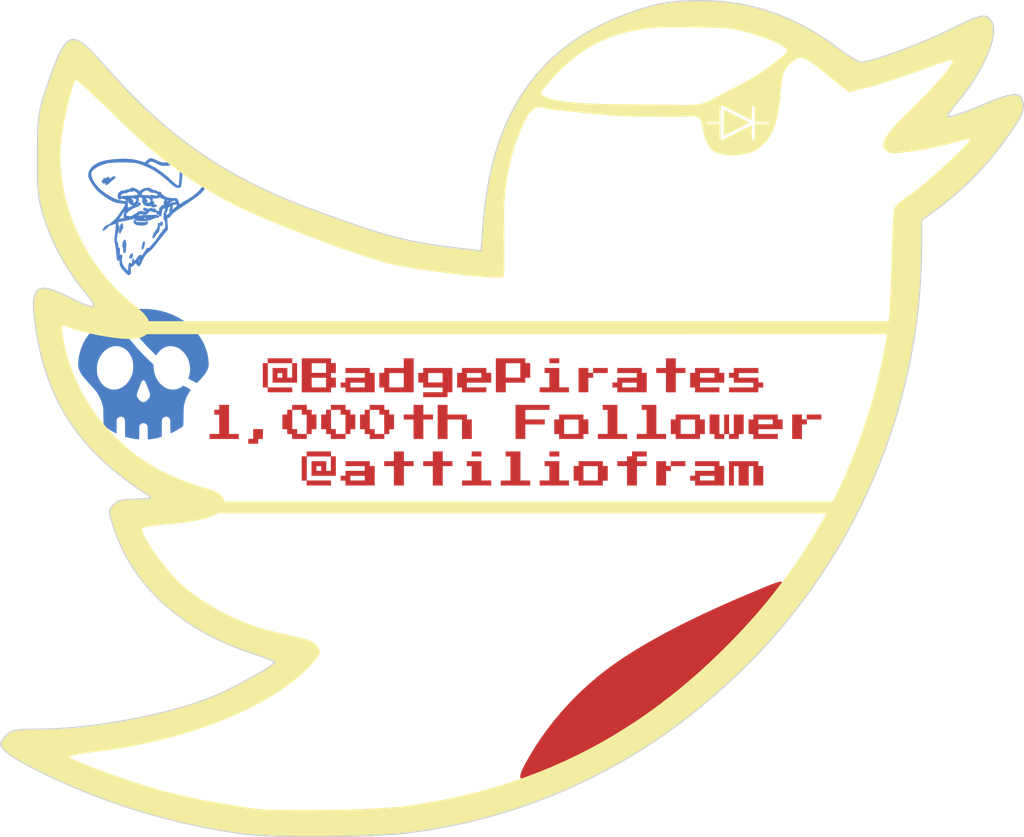
<source format=kicad_pcb>
(kicad_pcb (version 20171130) (host pcbnew "(5.1.2)-1")
  (layers (0 F.Cu signal) (31 B.Cu signal) (34 B.Paste user) (35 F.Paste user) (36 B.SilkS user) (37 F.SilkS user) (38 B.Mask user) (39 F.Mask user) (44 Edge.Cuts user))
  (net 0 "")
  (module LOGO (layer F.Cu) (at 0 0)
    (fp_text reference G*** hide)
    (fp_text value LOGO hide)
    (fp_poly (pts (xy -28.965583 -3.336716) (xy -28.943655 -3.306541) (xy -28.913537 -3.262041) (xy -28.877738 -3.206902) (xy -28.848641 -3.160733) (xy -28.51298 -2.643756) (xy -28.162373 -2.14725) (xy -27.796711 -1.671068) (xy -27.415885 -1.215065) (xy -27.278791 -1.059979) (xy -27.204116 -0.978343) (xy -27.115751 -0.884396) (xy -27.01729 -0.781755) (xy -26.912322 -0.674042) (xy -26.804439 -0.564876) (xy -26.697234 -0.457876) (xy -26.594296 -0.356663) (xy -26.499218 -0.264856) (xy -26.415591 -0.186075) (xy -26.373622 -0.147662) (xy -26.223294 -0.012024) (xy -26.219674 0.143213) (xy -26.20368 0.350668) (xy -26.166153 0.550699) (xy -26.108046 0.741444) (xy -26.030312 0.921043) (xy -25.933904 1.087635) (xy -25.819775 1.239358) (xy -25.688879 1.374352) (xy -25.542169 1.490756) (xy -25.522666 1.503973) (xy -25.374243 1.589794) (xy -25.223792 1.650683) (xy -25.069696 1.687106) (xy -24.91034 1.699527) (xy -24.848208 1.698058) (xy -24.690158 1.679666) (xy -24.544129 1.640192) (xy -24.406073 1.578228) (xy -24.285088 1.501918) (xy -24.243372 1.472408) (xy -24.209961 1.449563) (xy -24.1898 1.436725) (xy -24.186293 1.4351) (xy -24.173306 1.440878) (xy -24.142054 1.456779) (xy -24.096511 1.480655) (xy -24.040649 1.510356) (xy -23.978443 1.543734) (xy -23.913865 1.57864) (xy -23.85089 1.612924) (xy -23.79349 1.644437) (xy -23.74564 1.671031) (xy -23.711312 1.690557) (xy -23.69448 1.700866) (xy -23.693658 1.701533) (xy -23.69609 1.71554) (xy -23.710631 1.746057) (xy -23.734937 1.788705) (xy -23.766668 1.839102) (xy -23.769566 1.843502) (xy -23.894375 2.051368) (xy -23.995984 2.263331) (xy -24.076474 2.484335) (xy -24.137595 2.7178) (xy -24.145362 2.754111) (xy -24.151891 2.786912) (xy -24.157319 2.818802) (xy -24.161785 2.852385) (xy -24.165425 2.89026) (xy -24.168378 2.935029) (xy -24.17078 2.989295) (xy -24.17277 3.055657) (xy -24.174484 3.136719) (xy -24.176062 3.23508) (xy -24.177639 3.353343) (xy -24.179353 3.494108) (xy -24.179562 3.51155) (xy -24.181283 3.657653) (xy -24.182829 3.780555) (xy -24.184451 3.882451) (xy -24.186401 3.965536) (xy -24.188932 4.032005) (xy -24.192295 4.084054) (xy -24.196743 4.123876) (xy -24.202528 4.153668) (xy -24.209902 4.175624) (xy -24.219116 4.19194) (xy -24.230424 4.204811) (xy -24.244078 4.216431) (xy -24.260328 4.228996) (xy -24.262124 4.230404) (xy -24.293605 4.252644) (xy -24.341717 4.283407) (xy -24.403267 4.320907) (xy -24.475058 4.363358) (xy -24.553896 4.408975) (xy -24.636584 4.455972) (xy -24.719927 4.502564) (xy -24.800731 4.546963) (xy -24.875799 4.587386) (xy -24.941937 4.622046) (xy -24.995948 4.649157) (xy -25.034638 4.666933) (xy -25.054812 4.67359) (xy -25.055177 4.6736) (xy -25.058908 4.661037) (xy -25.062283 4.623896) (xy -25.065274 4.562997) (xy -25.06785 4.479157) (xy -25.069982 4.373198) (xy -25.07164 4.245939) (xy -25.072013 4.206875) (xy -25.073119 4.085717) (xy -25.074188 3.987291) (xy -25.075395 3.908928) (xy -25.076914 3.84796) (xy -25.07892 3.80172) (xy -25.081586 3.76754) (xy -25.085088 3.742752) (xy -25.089599 3.724687) (xy -25.095295 3.710679) (xy -25.102349 3.698059) (xy -25.105626 3.692743) (xy -25.152487 3.633606) (xy -25.210761 3.584289) (xy -25.272617 3.550964) (xy -25.294356 3.544044) (xy -25.374145 3.536347) (xy -25.45214 3.551452) (xy -25.523322 3.586968) (xy -25.582671 3.640503) (xy -25.620603 3.699518) (xy -25.651945 3.76555) (xy -25.657357 4.334026) (xy -25.65864 4.451773) (xy -25.660149 4.561611) (xy -25.661825 4.660953) (xy -25.66361 4.747212) (xy -25.665447 4.817803) (xy -25.667278 4.870139) (xy -25.669043 4.901632) (xy -25.670308 4.910041) (xy -25.687617 4.91819) (xy -25.725122 4.930488) (xy -25.778198 4.945705) (xy -25.842217 4.962616) (xy -25.91255 4.979992) (xy -25.984572 4.996608) (xy -26.046388 5.009771) (xy -26.154091 5.029986) (xy -26.273839 5.049741) (xy -26.394606 5.067356) (xy -26.505366 5.081153) (xy -26.537817 5.08458) (xy -26.602484 5.091027) (xy -26.610842 4.785007) (xy -26.613293 4.68891) (xy -26.615459 4.591741) (xy -26.617231 4.499517) (xy -26.618495 4.418255) (xy -26.619141 4.353974) (xy -26.6192 4.334487) (xy -26.621087 4.254179) (xy -26.627964 4.19312) (xy -26.641655 4.145355) (xy -26.663984 4.104932) (xy -26.696774 4.065897) (xy -26.703649 4.05884) (xy -26.76797 4.010533) (xy -26.840959 3.983339) (xy -26.917918 3.976773) (xy -26.994153 3.990348) (xy -27.064968 4.023578) (xy -27.125665 4.075976) (xy -27.147885 4.104869) (xy -27.187619 4.163856) (xy -27.197033 4.621928) (xy -27.206446 5.08) (xy -27.271598 5.079941) (xy -27.352 5.075809) (xy -27.453306 5.063907) (xy -27.572425 5.044789) (xy -27.706264 5.019011) (xy -27.851732 4.987127) (xy -28.005736 4.949693) (xy -28.02525 4.944698) (xy -28.154949 4.911315) (xy -28.1586 4.325732) (xy -28.159446 4.184662) (xy -28.160282 4.06662) (xy -28.16142 3.969234) (xy -28.163175 3.890134) (xy -28.165859 3.826949) (xy -28.169785 3.77731) (xy -28.175268 3.738845) (xy -28.18262 3.709183) (xy -28.192155 3.685955) (xy -28.204187 3.666789) (xy -28.219027 3.649315) (xy -28.236991 3.631162) (xy -28.252419 3.615957) (xy -28.316222 3.569037) (xy -28.388971 3.543034) (xy -28.465726 3.537594) (xy -28.541547 3.552364) (xy -28.611495 3.586993) (xy -28.670631 3.641127) (xy -28.674603 3.646105) (xy -28.69128 3.667799) (xy -28.704854 3.687683) (xy -28.715646 3.708533) (xy -28.723974 3.733127) (xy -28.730158 3.764239) (xy -28.734517 3.804646) (xy -28.737369 3.857125) (xy -28.739035 3.92445) (xy -28.739832 4.009398) (xy -28.740082 4.114746) (xy -28.7401 4.215769) (xy -28.740326 4.344037) (xy -28.741037 4.448566) (xy -28.742289 4.531015) (xy -28.744134 4.593039) (xy -28.746626 4.636297) (xy -28.74982 4.662446) (xy -28.753768 4.673144) (xy -28.754923 4.6736) (xy -28.777474 4.667157) (xy -28.818399 4.649042) (xy -28.874553 4.621077) (xy -28.942791 4.585083) (xy -29.019966 4.542881) (xy -29.102934 4.496293) (xy -29.188549 4.44714) (xy -29.273666 4.397244) (xy -29.355139 4.348425) (xy -29.429822 4.302506) (xy -29.494571 4.261307) (xy -29.54624 4.226649) (xy -29.581683 4.200355) (xy -29.596411 4.186341) (xy -29.602528 4.177395) (xy -29.607654 4.166855) (xy -29.61191 4.152457) (xy -29.615412 4.131937) (xy -29.618282 4.103032) (xy -29.620636 4.063479) (xy -29.622595 4.011013) (xy -29.624277 3.943373) (xy -29.6258 3.858294) (xy -29.627285 3.753512) (xy -29.628849 3.626765) (xy -29.629727 3.551918) (xy -29.636704 2.95275) (xy -29.688703 2.7559) (xy -29.734101 2.59795) (xy -29.783409 2.455801) (xy -29.840267 2.319854) (xy -29.903177 2.190454) (xy -29.946874 2.107963) (xy -29.966074 2.074129) (xy -27.362931 2.074129) (xy -27.360346 2.11591) (xy -27.350917 2.155426) (xy -27.335162 2.196193) (xy -27.328998 2.2098) (xy -27.288278 2.280779) (xy -27.232455 2.355399) (xy -27.168681 2.425057) (xy -27.104107 2.48115) (xy -27.102336 2.482457) (xy -27.024115 2.530496) (xy -26.949954 2.5551) (xy -26.875609 2.556837) (xy -26.796838 2.536275) (xy -26.773341 2.526569) (xy -26.723365 2.496191) (xy -26.667179 2.448704) (xy -26.609996 2.389689) (xy -26.55703 2.324724) (xy -26.513491 2.259387) (xy -26.499345 2.233324) (xy -26.469005 2.16094) (xy -26.454719 2.09284) (xy -26.456314 2.022185) (xy -26.473619 1.942138) (xy -26.490649 1.889101) (xy -26.507866 1.84126) (xy -26.531678 1.77721) (xy -26.56048 1.701078) (xy -26.592665 1.616991) (xy -26.626628 1.529077) (xy -26.660763 1.441461) (xy -26.693464 1.358273) (xy -26.723125 1.283638) (xy -26.748141 1.221684) (xy -26.766905 1.176538) (xy -26.775332 1.157422) (xy -26.810353 1.103773) (xy -26.854011 1.069656) (xy -26.902257 1.056376) (xy -26.951039 1.065238) (xy -26.987592 1.089025) (xy -27.00065 1.102968) (xy -27.014679 1.122868) (xy -27.03056 1.150764) (xy -27.049173 1.188695) (xy -27.071399 1.238701) (xy -27.098119 1.302822) (xy -27.130214 1.383096) (xy -27.168566 1.481564) (xy -27.214055 1.600263) (xy -27.255036 1.70815) (xy -27.294452 1.814012) (xy -27.324432 1.900025) (xy -27.345492 1.969703) (xy -27.358152 2.026566) (xy -27.362931 2.074129) (xy -29.966074 2.074129) (xy -29.990636 2.030848) (xy -30.03638 1.956608) (xy -30.086025 1.882741) (xy -30.141488 1.806744) (xy -30.204686 1.726115) (xy -30.277537 1.638352) (xy -30.361959 1.540954) (xy -30.459869 1.431417) (xy -30.573186 1.307241) (xy -30.614208 1.26271) (xy -30.68442 1.186323) (xy -30.753437 1.110662) (xy -30.818114 1.039216) (xy -30.875304 0.975479) (xy -30.921863 0.922939) (xy -30.954646 0.88509) (xy -30.957497 0.88171) (xy -31.077102 0.725843) (xy -31.176301 0.567898) (xy -31.254067 0.409978) (xy -31.291403 0.3048) (xy -30.079623 0.3048) (xy -30.078605 0.413326) (xy -30.074575 0.503313) (xy -30.066595 0.581533) (xy -30.05373 0.654762) (xy -30.035042 0.729773) (xy -30.009596 0.813342) (xy -30.009137 0.814761) (xy -29.94087 0.98966) (xy -29.855078 1.148452) (xy -29.752883 1.290036) (xy -29.635408 1.413314) (xy -29.503773 1.517187) (xy -29.359102 1.600556) (xy -29.202516 1.662321) (xy -29.1211 1.684527) (xy -29.061231 1.693404) (xy -28.984075 1.697399) (xy -28.89721 1.696815) (xy -28.808214 1.691955) (xy -28.724664 1.683125) (xy -28.65414 1.670626) (xy -28.63215 1.664925) (xy -28.493956 1.613758) (xy -28.355135 1.542384) (xy -28.222144 1.45499) (xy -28.101436 1.355763) (xy -28.01001 1.261407) (xy -27.882618 1.094239) (xy -27.778702 0.917431) (xy -27.698232 0.7309) (xy -27.641176 0.534562) (xy -27.607505 0.328332) (xy -27.597149 0.125488) (xy -27.605476 -0.062756) (xy -27.631306 -0.236517) (xy -27.675749 -0.400712) (xy -27.739912 -0.560258) (xy -27.761968 -0.60557) (xy -27.852971 -0.760729) (xy -27.95804 -0.895874) (xy -28.075359 -1.010686) (xy -28.203112 -1.104844) (xy -28.339483 -1.178026) (xy -28.482658 -1.229914) (xy -28.630821 -1.260185) (xy -28.782157 -1.268521) (xy -28.93485 -1.254599) (xy -29.087085 -1.2181) (xy -29.237046 -1.158704) (xy -29.382918 -1.076089) (xy -29.522886 -0.969936) (xy -29.572254 -0.925161) (xy -29.707252 -0.780252) (xy -29.822161 -0.620842) (xy -29.917377 -0.446207) (xy -29.993294 -0.255624) (xy -30.050106 -0.049283) (xy -30.061652 0.007406) (xy -30.069817 0.060617) (xy -30.075145 0.116892) (xy -30.078181 0.182771) (xy -30.079472 0.264796) (xy -30.079623 0.3048) (xy -31.291403 0.3048) (xy -31.30937 0.254186) (xy -31.341183 0.102624) (xy -31.34214 0.095179) (xy -31.348231 0.005344) (xy -31.34727 -0.103674) (xy -31.339773 -0.226813) (xy -31.326256 -0.359009) (xy -31.307235 -0.495198) (xy -31.283225 -0.630318) (xy -31.255313 -0.756983) (xy -31.17373 -1.037163) (xy -31.068332 -1.310257) (xy -30.940018 -1.575026) (xy -30.789692 -1.830235) (xy -30.618253 -2.074645) (xy -30.426604 -2.30702) (xy -30.215646 -2.526122) (xy -29.98628 -2.730715) (xy -29.739407 -2.919561) (xy -29.620802 -3.000417) (xy -29.541477 -3.051224) (xy -29.457346 -3.102818) (xy -29.371441 -3.153558) (xy -29.286791 -3.201805) (xy -29.206426 -3.24592) (xy -29.133376 -3.284263) (xy -29.070671 -3.315194) (xy -29.02134 -3.337075) (xy -28.988414 -3.348265) (xy -28.97681 -3.348883) (xy -28.965583 -3.336716)) (layer B.Cu) (width 0.01))
    (fp_poly (pts (xy -23.2664 1.26365) (xy -23.27275 1.27) (xy -23.2791 1.26365) (xy -23.27275 1.2573) (xy -23.2664 1.26365)) (layer B.Cu) (width 0.01))
    (fp_poly (pts (xy -26.752645 -3.794382) (xy -26.632839 -3.791385) (xy -26.530968 -3.785864) (xy -26.5303 -3.785814) (xy -26.175352 -3.747156) (xy -25.829035 -3.685587) (xy -25.492226 -3.601426) (xy -25.165805 -3.494991) (xy -24.850649 -3.366603) (xy -24.547634 -3.21658) (xy -24.25764 -3.045243) (xy -23.995272 -2.863221) (xy -23.746554 -2.662763) (xy -23.518225 -2.448965) (xy -23.310785 -2.222556) (xy -23.124735 -1.984266) (xy -22.960574 -1.734826) (xy -22.818804 -1.474965) (xy -22.699924 -1.205412) (xy -22.604436 -0.926899) (xy -22.563073 -0.774241) (xy -22.528706 -0.624284) (xy -22.503507 -0.487684) (xy -22.4861 -0.354692) (xy -22.47511 -0.215556) (xy -22.470871 -0.12065) (xy -22.468482 -0.042799) (xy -22.467727 0.015604) (xy -22.469097 0.060486) (xy -22.473083 0.097774) (xy -22.480175 0.133395) (xy -22.490864 0.173274) (xy -22.496926 0.194013) (xy -22.556967 0.354961) (xy -22.642314 0.517343) (xy -22.75292 0.681079) (xy -22.870474 0.8255) (xy -22.905138 0.864026) (xy -22.94905 0.911395) (xy -22.999254 0.96457) (xy -23.052791 1.020518) (xy -23.106706 1.0762) (xy -23.158041 1.128581) (xy -23.203839 1.174627) (xy -23.241143 1.211299) (xy -23.266996 1.235564) (xy -23.278442 1.244384) (xy -23.278473 1.244384) (xy -23.291278 1.238699) (xy -23.323256 1.222902) (xy -23.371088 1.198678) (xy -23.431455 1.167714) (xy -23.501038 1.131697) (xy -23.53463 1.114209) (xy -23.609117 1.07515) (xy -23.677469 1.038912) (xy -23.735943 1.007511) (xy -23.780795 0.982963) (xy -23.808282 0.967286) (xy -23.81347 0.964022) (xy -23.84313 0.943795) (xy -23.808599 0.830672) (xy -23.757139 0.623347) (xy -23.730558 0.41882) (xy -23.728801 0.215065) (xy -23.75181 0.010052) (xy -23.781603 -0.131224) (xy -23.840874 -0.320896) (xy -23.920737 -0.500179) (xy -24.019625 -0.66679) (xy -24.135971 -0.818451) (xy -24.268208 -0.952879) (xy -24.414771 -1.067794) (xy -24.433762 -1.080504) (xy -24.57587 -1.159993) (xy -24.725778 -1.21797) (xy -24.880433 -1.254138) (xy -25.036785 -1.268201) (xy -25.19178 -1.25986) (xy -25.342366 -1.228819) (xy -25.471135 -1.181441) (xy -25.59335 -1.114349) (xy -25.71338 -1.02628) (xy -25.826362 -0.921511) (xy -25.927434 -0.804325) (xy -25.974986 -0.737933) (xy -26.046068 -0.631315) (xy -26.340234 -0.922083) (xy -26.625422 -1.212441) (xy -26.897834 -1.507547) (xy -27.159995 -1.810562) (xy -27.414427 -2.124649) (xy -27.663655 -2.452968) (xy -27.910201 -2.798683) (xy -28.156589 -3.164955) (xy -28.269214 -3.339093) (xy -28.320004 -3.420028) (xy -28.358908 -3.485216) (xy -28.385185 -3.533324) (xy -28.398099 -3.563021) (xy -28.398562 -3.572419) (xy -28.376562 -3.58432) (xy -28.332823 -3.599511) (xy -28.270684 -3.617268) (xy -28.193487 -3.636871) (xy -28.104571 -3.657596) (xy -28.007279 -3.678721) (xy -27.90495 -3.699523) (xy -27.800926 -3.719281) (xy -27.698547 -3.737271) (xy -27.601155 -3.752772) (xy -27.51209 -3.765061) (xy -27.50185 -3.766318) (xy -27.404281 -3.775857) (xy -27.287549 -3.783616) (xy -27.157836 -3.789473) (xy -27.021326 -3.793302) (xy -26.884201 -3.79498) (xy -26.752645 -3.794382)) (layer B.Cu) (width 0.01))
    (fp_poly (pts (xy -26.3407 -14.062154) (xy -26.28999 -14.049652) (xy -26.227585 -14.02792) (xy -26.150561 -13.995996) (xy -26.055993 -13.95292) (xy -25.9969 -13.924828) (xy -25.898422 -13.878258) (xy -25.817323 -13.842363) (xy -25.748542 -13.815927) (xy -25.687012 -13.797737) (xy -25.627671 -13.786577) (xy -25.565453 -13.781232) (xy -25.495294 -13.780487) (xy -25.412131 -13.783127) (xy -25.407183 -13.783342) (xy -25.321279 -13.788674) (xy -25.244102 -13.797502) (xy -25.16535 -13.811382) (xy -25.07472 -13.83187) (xy -25.0571 -13.836194) (xy -24.92132 -13.866503) (xy -24.806 -13.884951) (xy -24.709238 -13.891724) (xy -24.629135 -13.88701) (xy -24.598721 -13.881355) (xy -24.521386 -13.85809) (xy -24.44949 -13.826629) (xy -24.386964 -13.789651) (xy -24.337741 -13.749837) (xy -24.305751 -13.709867) (xy -24.294906 -13.674284) (xy -24.289906 -13.642964) (xy -24.273189 -13.619411) (xy -24.241436 -13.601881) (xy -24.191331 -13.58863) (xy -24.119554 -13.577916) (xy -24.10916 -13.576699) (xy -24.053641 -13.571898) (xy -23.981349 -13.567886) (xy -23.900903 -13.565032) (xy -23.820926 -13.563708) (xy -23.80615 -13.56366) (xy -23.688699 -13.562168) (xy -23.564846 -13.558114) (xy -23.440496 -13.551866) (xy -23.321549 -13.543791) (xy -23.213911 -13.534258) (xy -23.123483 -13.523633) (xy -23.09442 -13.519315) (xy -22.941303 -13.487595) (xy -22.810265 -13.444424) (xy -22.700172 -13.388661) (xy -22.609889 -13.319164) (xy -22.538281 -13.234789) (xy -22.484213 -13.134397) (xy -22.446551 -13.016843) (xy -22.424159 -12.880987) (xy -22.420596 -12.841174) (xy -22.419574 -12.720316) (xy -22.435387 -12.598948) (xy -22.468878 -12.474943) (xy -22.52089 -12.346176) (xy -22.592269 -12.210518) (xy -22.683856 -12.065842) (xy -22.782783 -11.928129) (xy -22.822988 -11.875648) (xy -22.862413 -11.826508) (xy -22.902498 -11.779573) (xy -22.944686 -11.733704) (xy -22.990417 -11.687765) (xy -23.041134 -11.64062) (xy -23.098278 -11.591131) (xy -23.16329 -11.538162) (xy -23.237612 -11.480575) (xy -23.322686 -11.417234) (xy -23.419953 -11.347002) (xy -23.530855 -11.268742) (xy -23.656833 -11.181318) (xy -23.79933 -11.083591) (xy -23.959785 -10.974426) (xy -24.139642 -10.852685) (xy -24.18715 -10.820595) (xy -24.340012 -10.716977) (xy -24.473049 -10.625826) (xy -24.587823 -10.545903) (xy -24.685894 -10.47597) (xy -24.768824 -10.414789) (xy -24.838173 -10.361122) (xy -24.895503 -10.313731) (xy -24.942373 -10.271376) (xy -24.980346 -10.232821) (xy -25.010982 -10.196826) (xy -25.035843 -10.162153) (xy -25.053131 -10.13363) (xy -25.091879 -10.075554) (xy -25.133744 -10.038022) (xy -25.185005 -10.016375) (xy -25.220509 -10.009403) (xy -25.27935 -10.001036) (xy -25.282386 -9.931293) (xy -25.282353 -9.899287) (xy -25.280649 -9.846337) (xy -25.27749 -9.77683) (xy -25.273089 -9.695152) (xy -25.267661 -9.60569) (xy -25.263153 -9.5377) (xy -25.240885 -9.21385) (xy -25.376965 -9.0551) (xy -25.432253 -8.989632) (xy -25.496791 -8.91138) (xy -25.571474 -8.819222) (xy -25.657197 -8.712035) (xy -25.754854 -8.588695) (xy -25.865339 -8.448079) (xy -25.989549 -8.289064) (xy -26.0858 -8.165356) (xy -26.168616 -8.061217) (xy -26.247889 -7.966255) (xy -26.321873 -7.882303) (xy -26.388818 -7.811195) (xy -26.446978 -7.754763) (xy -26.494604 -7.714842) (xy -26.529947 -7.693265) (xy -26.538598 -7.690487) (xy -26.579812 -7.671366) (xy -26.628584 -7.631354) (xy -26.68302 -7.573136) (xy -26.741229 -7.499398) (xy -26.801319 -7.412827) (xy -26.861399 -7.316107) (xy -26.919576 -7.211926) (xy -26.973958 -7.102968) (xy -27.011218 -7.019492) (xy -27.038639 -6.956391) (xy -27.066098 -6.896219) (xy -27.090348 -6.845914) (xy -27.107692 -6.813188) (xy -27.150046 -6.757923) (xy -27.196359 -6.727177) (xy -27.244271 -6.720868) (xy -27.291424 -6.738912) (xy -27.335456 -6.781226) (xy -27.361484 -6.822077) (xy -27.382929 -6.86104) (xy -27.401044 -6.892002) (xy -27.409773 -6.905291) (xy -27.430124 -6.913168) (xy -27.460641 -6.899777) (xy -27.499613 -6.866303) (xy -27.545333 -6.813932) (xy -27.549918 -6.808078) (xy -27.608617 -6.741651) (xy -27.662882 -6.69954) (xy -27.713472 -6.681199) (xy -27.727275 -6.680248) (xy -27.7622 -6.6802) (xy -27.762277 -6.562725) (xy -27.763323 -6.493323) (xy -27.766018 -6.417437) (xy -27.769816 -6.349796) (xy -27.770509 -6.340475) (xy -27.774057 -6.289008) (xy -27.774364 -6.257815) (xy -27.770701 -6.241893) (xy -27.76234 -6.236243) (xy -27.755242 -6.2357) (xy -27.744366 -6.232496) (xy -27.74883 -6.220404) (xy -27.770294 -6.195709) (xy -27.775584 -6.190167) (xy -27.819555 -6.150516) (xy -27.862631 -6.122222) (xy -27.898358 -6.109351) (xy -27.904445 -6.10899) (xy -27.926117 -6.114286) (xy -27.958492 -6.126984) (xy -27.9654 -6.130141) (xy -27.993832 -6.148951) (xy -28.03526 -6.183507) (xy -28.086188 -6.230238) (xy -28.143118 -6.285572) (xy -28.202556 -6.345939) (xy -28.261003 -6.407768) (xy -28.314962 -6.467487) (xy -28.360939 -6.521526) (xy -28.395435 -6.566313) (xy -28.402332 -6.576363) (xy -28.460826 -6.677134) (xy -28.500651 -6.777333) (xy -28.524436 -6.885179) (xy -28.533963 -6.988175) (xy -28.537284 -7.043554) (xy -28.541231 -7.088059) (xy -28.545262 -7.116531) (xy -28.548224 -7.124297) (xy -28.563256 -7.117133) (xy -28.580603 -7.105247) (xy -28.612447 -7.090196) (xy -28.634285 -7.0866) (xy -28.652506 -7.088937) (xy -28.66805 -7.097428) (xy -28.68143 -7.1143) (xy -28.693162 -7.141777) (xy -28.703759 -7.182083) (xy -28.713736 -7.237445) (xy -28.723608 -7.310087) (xy -28.73389 -7.402233) (xy -28.745095 -7.516109) (xy -28.752761 -7.598925) (xy -28.766909 -7.745479) (xy -28.780927 -7.871354) (xy -28.795502 -7.981257) (xy -28.811319 -8.079896) (xy -28.829062 -8.171979) (xy -28.849211 -8.26135) (xy -28.863425 -8.328423) (xy -28.872989 -8.394925) (xy -28.877703 -8.462627) (xy -28.714834 -8.462627) (xy -28.7135 -8.428296) (xy -28.709331 -8.404147) (xy -28.701748 -8.385115) (xy -28.690172 -8.366135) (xy -28.685936 -8.359843) (xy -28.656837 -8.302026) (xy -28.637577 -8.227677) (xy -28.627589 -8.133982) (xy -28.6258 -8.061335) (xy -28.625089 -8.005856) (xy -28.622641 -7.97261) (xy -28.617982 -7.958463) (xy -28.610639 -7.960282) (xy -28.61056 -7.960361) (xy -28.585801 -7.973084) (xy -28.56865 -7.9756) (xy -28.539506 -7.968723) (xy -28.526741 -7.960361) (xy -28.519021 -7.938723) (xy -28.51444 -7.89337) (xy -28.513015 -7.825793) (xy -28.514762 -7.737486) (xy -28.5197 -7.629941) (xy -28.522371 -7.585062) (xy -28.525278 -7.531092) (xy -28.526675 -7.488042) (xy -28.526447 -7.461204) (xy -28.525201 -7.454887) (xy -28.512651 -7.462315) (xy -28.499801 -7.472961) (xy -28.459618 -7.496699) (xy -28.419124 -7.499451) (xy -28.385601 -7.481401) (xy -28.369854 -7.457692) (xy -28.361197 -7.422928) (xy -28.359473 -7.373623) (xy -28.364527 -7.306291) (xy -28.374365 -7.229991) (xy -28.382224 -7.099582) (xy -28.366672 -6.974607) (xy -28.327118 -6.852616) (xy -28.262973 -6.731158) (xy -28.248714 -6.70908) (xy -28.224005 -6.675459) (xy -28.189366 -6.633124) (xy -28.148175 -6.585676) (xy -28.103808 -6.536712) (xy -28.059643 -6.489831) (xy -28.019057 -6.448632) (xy -27.985427 -6.416715) (xy -27.962131 -6.397677) (xy -27.953183 -6.394152) (xy -27.949551 -6.408181) (xy -27.945606 -6.443157) (xy -27.941708 -6.494638) (xy -27.938217 -6.558178) (xy -27.936462 -6.600394) (xy -27.932095 -6.694177) (xy -27.926223 -6.766371) (xy -27.918029 -6.820776) (xy -27.906695 -6.861195) (xy -27.891404 -6.891428) (xy -27.871339 -6.915276) (xy -27.868098 -6.918325) (xy -27.834056 -6.941353) (xy -27.801045 -6.943336) (xy -27.763675 -6.92379) (xy -27.743166 -6.90711) (xy -27.715523 -6.885075) (xy -27.696168 -6.873767) (xy -27.691559 -6.873608) (xy -27.688054 -6.888001) (xy -27.683165 -6.922529) (xy -27.677542 -6.972008) (xy -27.671868 -7.030873) (xy -27.669533 -7.05485) (xy -27.227516 -7.05485) (xy -27.226621 -6.99135) (xy -27.190236 -7.06755) (xy -27.171471 -7.108992) (xy -27.158112 -7.142569) (xy -27.153226 -7.160072) (xy -27.157383 -7.169882) (xy -27.175062 -7.164467) (xy -27.181175 -7.161346) (xy -27.207585 -7.144068) (xy -27.221785 -7.122477) (xy -27.227167 -7.088782) (xy -27.227516 -7.05485) (xy -27.669533 -7.05485) (xy -27.664277 -7.108803) (xy -27.656742 -7.164821) (xy -27.648137 -7.202389) (xy -27.637337 -7.224967) (xy -27.623215 -7.236017) (xy -27.604645 -7.238999) (xy -27.60417 -7.239) (xy -27.57817 -7.233049) (xy -27.55989 -7.212512) (xy -27.54686 -7.173361) (xy -27.539739 -7.134069) (xy -27.532513 -7.097413) (xy -27.52441 -7.072662) (xy -27.520715 -7.067436) (xy -27.506715 -7.0718) (xy -27.481436 -7.095791) (xy -27.444406 -7.139965) (xy -27.395156 -7.204878) (xy -27.343511 -7.276521) (xy -27.285545 -7.355941) (xy -27.238169 -7.415242) (xy -27.199444 -7.456403) (xy -27.167428 -7.481397) (xy -27.140183 -7.492203) (xy -27.130952 -7.493) (xy -27.093363 -7.483732) (xy -27.063975 -7.460451) (xy -27.051072 -7.429942) (xy -27.051 -7.427532) (xy -27.048275 -7.409104) (xy -27.039046 -7.407941) (xy -27.021739 -7.425431) (xy -26.994776 -7.462963) (xy -26.972859 -7.496377) (xy -26.936786 -7.549745) (xy -26.892293 -7.611689) (xy -26.84727 -7.671312) (xy -26.833426 -7.688892) (xy -26.793364 -7.742139) (xy -26.754792 -7.798642) (xy -26.723929 -7.849105) (xy -26.714717 -7.866351) (xy -26.682992 -7.920972) (xy -26.65173 -7.953226) (xy -26.616889 -7.965744) (xy -26.574425 -7.961155) (xy -26.570597 -7.960133) (xy -26.544931 -7.954263) (xy -26.52595 -7.956265) (xy -26.506566 -7.969569) (xy -26.47969 -7.997607) (xy -26.469351 -8.009131) (xy -26.382664 -8.107897) (xy -26.293941 -8.21228) (xy -26.205484 -8.319326) (xy -26.119595 -8.426082) (xy -26.038576 -8.529595) (xy -25.96473 -8.626911) (xy -25.900358 -8.715076) (xy -25.847763 -8.791138) (xy -25.809246 -8.852142) (xy -25.80124 -8.866228) (xy -25.761085 -8.931152) (xy -25.718408 -8.986209) (xy -25.677175 -9.026898) (xy -25.641351 -9.048719) (xy -25.640124 -9.049124) (xy -25.622599 -9.058654) (xy -25.617041 -9.07728) (xy -25.619424 -9.106307) (xy -25.617856 -9.156028) (xy -25.599316 -9.190466) (xy -25.565729 -9.206647) (xy -25.553894 -9.2075) (xy -25.51431 -9.219538) (xy -25.477993 -9.253013) (xy -25.447679 -9.303966) (xy -25.426103 -9.368442) (xy -25.419885 -9.40142) (xy -25.418032 -9.434019) (xy -25.418349 -9.485615) (xy -25.420477 -9.549931) (xy -25.424058 -9.620689) (xy -25.428734 -9.691611) (xy -25.434145 -9.756422) (xy -25.439934 -9.808842) (xy -25.444863 -9.838877) (xy -25.456306 -9.859381) (xy -25.468998 -9.86012) (xy -25.490031 -9.863283) (xy -25.513319 -9.879619) (xy -25.525116 -9.894007) (xy -25.532795 -9.912457) (xy -25.537213 -9.940328) (xy -25.539228 -9.982978) (xy -25.5397 -10.044298) (xy -25.534288 -10.17296) (xy -25.521546 -10.263273) (xy -25.360186 -10.263273) (xy -25.358764 -10.234353) (xy -25.357345 -10.229946) (xy -25.340265 -10.21644) (xy -25.309258 -10.211069) (xy -25.27456 -10.214132) (xy -25.246404 -10.225927) (xy -25.245445 -10.226675) (xy -25.227909 -10.245663) (xy -25.203212 -10.278112) (xy -25.183998 -10.30605) (xy -25.155386 -10.347306) (xy -25.126842 -10.384891) (xy -25.112086 -10.402303) (xy -25.081912 -10.435055) (xy -25.113956 -10.449656) (xy -25.138964 -10.473934) (xy -25.146016 -10.51508) (xy -25.136385 -10.565545) (xy -24.944112 -10.565545) (xy -24.803544 -10.668805) (xy -24.750954 -10.708435) (xy -24.705396 -10.744636) (xy -24.671086 -10.773921) (xy -24.652242 -10.792801) (xy -24.650488 -10.795398) (xy -24.641901 -10.826283) (xy -24.638308 -10.869717) (xy -24.640092 -10.913268) (xy -24.645974 -10.940701) (xy -24.653753 -10.95258) (xy -24.66661 -10.948327) (xy -24.685176 -10.932214) (xy -24.706928 -10.915655) (xy -24.732376 -10.907274) (xy -24.770122 -10.905009) (xy -24.796424 -10.905529) (xy -24.849259 -10.90456) (xy -24.885302 -10.895059) (xy -24.907832 -10.873161) (xy -24.920125 -10.835001) (xy -24.925459 -10.776715) (xy -24.92625 -10.752415) (xy -24.928419 -10.697547) (xy -24.931825 -10.647255) (xy -24.935792 -10.611159) (xy -24.936451 -10.607248) (xy -24.944112 -10.565545) (xy -25.136385 -10.565545) (xy -25.135147 -10.572029) (xy -25.10789 -10.640566) (xy -25.08894 -10.681961) (xy -25.075299 -10.714305) (xy -25.06981 -10.730847) (xy -25.0698 -10.731096) (xy -25.080597 -10.738818) (xy -25.106592 -10.749091) (xy -25.138196 -10.758931) (xy -25.165821 -10.765349) (xy -25.179861 -10.765374) (xy -25.185299 -10.752967) (xy -25.197276 -10.722408) (xy -25.213577 -10.679388) (xy -25.220337 -10.661247) (xy -25.243326 -10.600189) (xy -25.270689 -10.528829) (xy -25.29733 -10.460434) (xy -25.303124 -10.44575) (xy -25.333066 -10.366182) (xy -25.351853 -10.306286) (xy -25.360186 -10.263273) (xy -25.521546 -10.263273) (xy -25.516956 -10.295803) (xy -25.48606 -10.42176) (xy -25.449988 -10.532135) (xy -25.430409 -10.587434) (xy -25.414428 -10.633359) (xy -25.403731 -10.665005) (xy -25.4 -10.677406) (xy -25.408655 -10.673989) (xy -25.429946 -10.658943) (xy -25.434584 -10.65534) (xy -25.47088 -10.635707) (xy -25.509391 -10.635683) (xy -25.550484 -10.631543) (xy -25.586172 -10.603132) (xy -25.616162 -10.55106) (xy -25.640165 -10.475937) (xy -25.657889 -10.37837) (xy -25.665446 -10.308654) (xy -25.673925 -10.230795) (xy -25.684861 -10.175139) (xy -25.699715 -10.138512) (xy -25.719947 -10.117736) (xy -25.747019 -10.109635) (xy -25.757148 -10.1092) (xy -25.797119 -10.120803) (xy -25.836746 -10.152276) (xy -25.870542 -10.198614) (xy -25.882647 -10.223612) (xy -25.898273 -10.250612) (xy -25.915369 -10.255591) (xy -25.919341 -10.254217) (xy -25.962296 -10.245537) (xy -25.995425 -10.260228) (xy -26.018578 -10.298175) (xy -26.028687 -10.338016) (xy -26.03691 -10.386689) (xy -26.119796 -10.386211) (xy -26.170965 -10.387886) (xy -26.206356 -10.395112) (xy -26.235371 -10.410115) (xy -26.242665 -10.415293) (xy -26.266999 -10.430262) (xy -26.295586 -10.439964) (xy -26.335295 -10.445926) (xy -26.392996 -10.449675) (xy -26.398444 -10.449919) (xy -26.450593 -10.452258) (xy -26.486603 -10.451569) (xy -26.512238 -10.444445) (xy -26.533261 -10.427479) (xy -26.555436 -10.397265) (xy -26.584527 -10.350397) (xy -26.5946 -10.333982) (xy -26.629634 -10.287751) (xy -26.672914 -10.255205) (xy -26.698704 -10.242031) (xy -26.770482 -10.217655) (xy -26.843114 -10.212858) (xy -26.922651 -10.227666) (xy -26.968815 -10.243148) (xy -27.030593 -10.262945) (xy -27.075861 -10.269082) (xy -27.094152 -10.267186) (xy -27.137075 -10.253115) (xy -27.187123 -10.229616) (xy -27.23467 -10.201884) (xy -27.270091 -10.175115) (xy -27.276146 -10.168932) (xy -27.290459 -10.151292) (xy -27.285836 -10.147296) (xy -27.263164 -10.152132) (xy -27.225418 -10.158517) (xy -27.165756 -10.165105) (xy -27.087657 -10.17175) (xy -26.994603 -10.178304) (xy -26.890075 -10.184623) (xy -26.777553 -10.19056) (xy -26.660517 -10.195969) (xy -26.542449 -10.200704) (xy -26.42683 -10.204619) (xy -26.317139 -10.207568) (xy -26.216859 -10.209404) (xy -26.129469 -10.209982) (xy -26.05845 -10.209156) (xy -26.007284 -10.206779) (xy -25.993594 -10.205417) (xy -25.926304 -10.189402) (xy -25.877911 -10.161444) (xy -25.850355 -10.123034) (xy -25.8445 -10.090577) (xy -25.848229 -10.057794) (xy -25.862377 -10.037486) (xy -25.891387 -10.027066) (xy -25.939702 -10.023947) (xy -25.9588 -10.024052) (xy -26.000636 -10.023166) (xy -26.038235 -10.017857) (xy -26.079146 -10.006188) (xy -26.130918 -9.986224) (xy -26.16835 -9.970318) (xy -26.296223 -9.916829) (xy -26.408016 -9.874812) (xy -26.509619 -9.842994) (xy -26.606924 -9.820101) (xy -26.705821 -9.804859) (xy -26.812201 -9.795995) (xy -26.931955 -9.792237) (xy -26.99385 -9.791871) (xy -27.123986 -9.793725) (xy -27.23114 -9.799606) (xy -27.317485 -9.810038) (xy -27.385198 -9.825542) (xy -27.436453 -9.846643) (xy -27.473424 -9.873861) (xy -27.498286 -9.90772) (xy -27.501296 -9.913811) (xy -27.516171 -9.944995) (xy -27.526135 -9.964588) (xy -27.527776 -9.967262) (xy -27.540063 -9.964835) (xy -27.565694 -9.953514) (xy -27.570397 -9.951125) (xy -27.600362 -9.939482) (xy -27.647158 -9.925583) (xy -27.70263 -9.911753) (xy -27.727152 -9.9064) (xy -27.775497 -9.896095) (xy -27.842858 -9.881395) (xy -27.923491 -9.863572) (xy -28.011652 -9.843898) (xy -28.101596 -9.823644) (xy -28.12415 -9.818534) (xy -28.212738 -9.798894) (xy -28.30024 -9.780324) (xy -28.381138 -9.763934) (xy -28.449908 -9.750835) (xy -28.501031 -9.742137) (xy -28.511479 -9.740634) (xy -28.560507 -9.733782) (xy -28.598599 -9.727963) (xy -28.619795 -9.724109) (xy -28.622197 -9.723337) (xy -28.625069 -9.710288) (xy -28.629583 -9.679478) (xy -28.633362 -9.649273) (xy -28.637265 -9.573305) (xy -28.628625 -9.518949) (xy -28.607493 -9.486434) (xy -28.59744 -9.480382) (xy -28.567614 -9.460389) (xy -28.549152 -9.43028) (xy -28.542113 -9.387781) (xy -28.546556 -9.330618) (xy -28.562541 -9.256518) (xy -28.590128 -9.163205) (xy -28.607055 -9.11225) (xy -28.642545 -9.003595) (xy -28.668896 -8.910415) (xy -28.6876 -8.825118) (xy -28.700152 -8.740111) (xy -28.708042 -8.647802) (xy -28.711308 -8.582093) (xy -28.713911 -8.512204) (xy -28.714834 -8.462627) (xy -28.877703 -8.462627) (xy -28.877855 -8.464798) (xy -28.877971 -8.54198) (xy -28.873289 -8.630412) (xy -28.863759 -8.734033) (xy -28.849332 -8.856785) (xy -28.840906 -8.92175) (xy -28.828689 -9.020766) (xy -28.81729 -9.125961) (xy -28.807415 -9.229811) (xy -28.799771 -9.32479) (xy -28.795068 -9.403372) (xy -28.794637 -9.413875) (xy -28.792022 -9.489663) (xy -28.790947 -9.543678) (xy -28.791646 -9.579514) (xy -28.794351 -9.600765) (xy -28.799294 -9.611023) (xy -28.806707 -9.613883) (xy -28.807584 -9.6139) (xy -28.83564 -9.608153) (xy -28.884569 -9.591337) (xy -28.952703 -9.56409) (xy -29.038375 -9.527051) (xy -29.06212 -9.516434) (xy -29.122893 -9.491454) (xy -29.166734 -9.479291) (xy -29.19791 -9.478772) (xy -29.198645 -9.478914) (xy -29.224481 -9.480614) (xy -29.235399 -9.474445) (xy -29.2354 -9.474325) (xy -29.244979 -9.455253) (xy -29.271223 -9.424257) (xy -29.310394 -9.384542) (xy -29.358756 -9.339311) (xy -29.412571 -9.29177) (xy -29.468102 -9.245124) (xy -29.521611 -9.202577) (xy -29.56936 -9.167335) (xy -29.607613 -9.142601) (xy -29.632632 -9.13158) (xy -29.63544 -9.1313) (xy -29.670663 -9.141872) (xy -29.690091 -9.170764) (xy -29.6926 -9.190158) (xy -29.684443 -9.213386) (xy -29.662489 -9.250019) (xy -29.630519 -9.295123) (xy -29.592311 -9.343767) (xy -29.551646 -9.391016) (xy -29.512303 -9.431939) (xy -29.49542 -9.447516) (xy -29.450496 -9.481211) (xy -29.399474 -9.510865) (xy -29.349156 -9.533347) (xy -29.306347 -9.545525) (xy -29.282029 -9.545732) (xy -29.258374 -9.54652) (xy -29.234285 -9.564382) (xy -29.219271 -9.581792) (xy -29.196351 -9.605346) (xy -29.157768 -9.639538) (xy -29.108484 -9.680176) (xy -29.053457 -9.723071) (xy -29.040519 -9.732809) (xy -28.924457 -9.824451) (xy -28.851079 -9.891189) (xy -28.575 -9.891189) (xy -28.567366 -9.892565) (xy -28.548614 -9.908214) (xy -28.544873 -9.911883) (xy -28.511952 -9.935595) (xy -28.470952 -9.954045) (xy -28.465498 -9.955685) (xy -28.420192 -9.965004) (xy -28.375571 -9.969444) (xy -28.3718 -9.9695) (xy -28.329388 -9.973) (xy -28.324362 -9.974) (xy -27.303099 -9.974) (xy -27.297547 -9.970685) (xy -27.280595 -9.972302) (xy -27.25493 -9.980859) (xy -27.246498 -9.989739) (xy -26.8732 -9.989739) (xy -26.869381 -9.956483) (xy -26.854683 -9.938819) (xy -26.824251 -9.933748) (xy -26.78703 -9.936538) (xy -26.744491 -9.943026) (xy -26.71062 -9.950822) (xy -26.698178 -9.955499) (xy -26.690527 -9.964334) (xy -26.703835 -9.97325) (xy -26.722081 -9.979453) (xy -26.779435 -9.994297) (xy -26.826652 -10.001432) (xy -26.859324 -10.000557) (xy -26.873038 -9.991372) (xy -26.8732 -9.989739) (xy -27.246498 -9.989739) (xy -27.244612 -9.991725) (xy -27.24609 -10.005873) (xy -27.262665 -10.003598) (xy -27.286698 -9.988177) (xy -27.303099 -9.974) (xy -28.324362 -9.974) (xy -28.285386 -9.981754) (xy -28.248374 -9.993518) (xy -28.226936 -10.00605) (xy -28.225682 -10.007712) (xy -28.226846 -10.025525) (xy -28.239761 -10.052255) (xy -28.240494 -10.053387) (xy -28.257836 -10.101968) (xy -28.258705 -10.169058) (xy -28.247973 -10.227611) (xy -28.08454 -10.227611) (xy -28.082079 -10.191851) (xy -28.057851 -10.164984) (xy -28.030852 -10.150989) (xy -27.967434 -10.131237) (xy -27.894985 -10.119263) (xy -27.821292 -10.115388) (xy -27.754138 -10.119933) (xy -27.70131 -10.13322) (xy -27.692973 -10.137044) (xy -27.666791 -10.154436) (xy -27.635196 -10.180488) (xy -27.628803 -10.186384) (xy -27.591797 -10.213732) (xy -27.54659 -10.23748) (xy -27.534082 -10.242381) (xy -27.495603 -10.259971) (xy -27.447137 -10.287645) (xy -27.398594 -10.319702) (xy -27.394429 -10.322703) (xy -27.329467 -10.368878) (xy -27.278305 -10.402287) (xy -27.235035 -10.426188) (xy -27.193748 -10.443837) (xy -27.148534 -10.458489) (xy -27.147497 -10.458789) (xy -27.068855 -10.473281) (xy -26.993087 -10.468509) (xy -26.91204 -10.443797) (xy -26.8985 -10.438146) (xy -26.839544 -10.420081) (xy -26.789606 -10.422524) (xy -26.742479 -10.445658) (xy -26.728678 -10.457116) (xy -26.732368 -10.46389) (xy -26.756961 -10.469562) (xy -26.766845 -10.471239) (xy -26.8409 -10.489613) (xy -26.891798 -10.516638) (xy -26.920521 -10.55305) (xy -26.928234 -10.59267) (xy -26.916768 -10.636848) (xy -26.884445 -10.669664) (xy -26.834379 -10.688153) (xy -26.826577 -10.689371) (xy -26.792039 -10.690537) (xy -26.757397 -10.682324) (xy -26.713483 -10.662268) (xy -26.700888 -10.655603) (xy -26.626205 -10.625492) (xy -26.558913 -10.61959) (xy -26.498701 -10.637902) (xy -26.466813 -10.659691) (xy -26.432375 -10.684106) (xy -26.401774 -10.691527) (xy -26.366185 -10.682414) (xy -26.333948 -10.666642) (xy -26.296898 -10.650451) (xy -26.26012 -10.644941) (xy -26.213486 -10.647852) (xy -26.153854 -10.64877) (xy -26.112956 -10.634681) (xy -26.087975 -10.604026) (xy -26.0787 -10.573216) (xy -26.062499 -10.527026) (xy -26.036518 -10.500638) (xy -26.00355 -10.496324) (xy -25.989884 -10.500893) (xy -25.959306 -10.508942) (xy -25.928215 -10.500305) (xy -25.921624 -10.497028) (xy -25.893878 -10.478026) (xy -25.878188 -10.45892) (xy -25.866614 -10.439904) (xy -25.856292 -10.445836) (xy -25.847405 -10.476284) (xy -25.840137 -10.530819) (xy -25.838254 -10.552387) (xy -25.828542 -10.631107) (xy -25.812757 -10.687957) (xy -25.789391 -10.726054) (xy -25.75694 -10.748515) (xy -25.74085 -10.753878) (xy -25.708342 -10.76878) (xy -25.691489 -10.797176) (xy -25.689221 -10.805101) (xy -25.667248 -10.850101) (xy -25.630341 -10.874716) (xy -25.57921 -10.878572) (xy -25.557131 -10.874731) (xy -25.499897 -10.861635) (xy -25.506759 -10.907693) (xy -25.514495 -10.961632) (xy -25.146 -10.961632) (xy -25.136219 -10.961343) (xy -25.110533 -10.972373) (xy -25.074436 -10.992349) (xy -25.073229 -10.993074) (xy -25.026462 -11.01862) (xy -24.97969 -11.040005) (xy -24.950099 -11.050455) (xy -24.903738 -11.061437) (xy -24.853608 -11.071007) (xy -24.80736 -11.077967) (xy -24.772645 -11.081119) (xy -24.759061 -11.080352) (xy -24.737691 -11.074956) (xy -24.710507 -11.068739) (xy -24.675063 -11.060956) (xy -24.694378 -11.098307) (xy -24.723155 -11.138746) (xy -24.760092 -11.17055) (xy -24.797293 -11.187458) (xy -24.808346 -11.1887) (xy -24.844652 -11.181214) (xy -24.894048 -11.161145) (xy -24.950037 -11.13208) (xy -25.006118 -11.097605) (xy -25.055795 -11.061306) (xy -25.082709 -11.037301) (xy -25.114116 -11.004252) (xy -25.136764 -10.977287) (xy -25.145977 -10.961998) (xy -25.146 -10.961632) (xy -25.514495 -10.961632) (xy -25.516436 -10.975162) (xy -25.521959 -11.023099) (xy -25.523404 -11.057015) (xy -25.520851 -11.082423) (xy -25.514376 -11.104835) (xy -25.509705 -11.116611) (xy -25.494318 -11.146171) (xy -25.48002 -11.162296) (xy -25.476849 -11.1633) (xy -25.466465 -11.173788) (xy -25.464195 -11.194773) (xy -25.276992 -11.194773) (xy -25.276559 -11.191875) (xy -25.268247 -11.148514) (xy -25.259489 -11.128713) (xy -25.247663 -11.130727) (xy -25.230143 -11.152811) (xy -25.226374 -11.15849) (xy -25.212431 -11.182532) (xy -25.213659 -11.196432) (xy -25.228508 -11.20929) (xy -25.258516 -11.225545) (xy -25.274801 -11.220661) (xy -25.276992 -11.194773) (xy -25.464195 -11.194773) (xy -25.463716 -11.1992) (xy -25.467927 -11.230456) (xy -25.478422 -11.258479) (xy -25.484579 -11.267142) (xy -25.506915 -11.282171) (xy -25.545737 -11.299689) (xy -25.592885 -11.316043) (xy -25.595704 -11.316879) (xy -25.649689 -11.334903) (xy -25.702153 -11.355975) (xy -25.739 -11.374072) (xy -25.792249 -11.40482) (xy -25.837946 -11.373809) (xy -25.885864 -11.3506) (xy -25.944767 -11.335353) (xy -25.955046 -11.333877) (xy -26.009048 -11.330617) (xy -26.077484 -11.331298) (xy -26.149782 -11.335396) (xy -26.215371 -11.342386) (xy -26.2509 -11.348557) (xy -26.28265 -11.355529) (xy -26.28265 -11.1044) (xy -26.248744 -11.1172) (xy -26.211287 -11.123206) (xy -26.187541 -11.107911) (xy -26.177641 -11.071483) (xy -26.17927 -11.031345) (xy -26.186089 -10.992137) (xy -26.195051 -10.963181) (xy -26.199763 -10.955358) (xy -26.212317 -10.936236) (xy -26.20173 -10.927324) (xy -26.168174 -10.928753) (xy -26.165175 -10.929211) (xy -26.116194 -10.930141) (xy -26.073943 -10.918873) (xy -26.045596 -10.897947) (xy -26.038821 -10.884437) (xy -26.024495 -10.865424) (xy -25.991279 -10.856507) (xy -25.98609 -10.856015) (xy -25.939782 -10.85215) (xy -26.028666 -10.800058) (xy -26.099134 -10.76119) (xy -26.155814 -10.736139) (xy -26.204653 -10.722734) (xy -26.251083 -10.7188) (xy -26.297609 -10.72724) (xy -26.336283 -10.749319) (xy -26.360438 -10.780182) (xy -26.3652 -10.801955) (xy -26.367738 -10.82214) (xy -26.380353 -10.827645) (xy -26.406475 -10.823258) (xy -26.437086 -10.819303) (xy -26.485121 -10.816301) (xy -26.542611 -10.814665) (xy -26.57475 -10.814496) (xy -26.638116 -10.815658) (xy -26.684233 -10.819523) (xy -26.721217 -10.82745) (xy -26.757183 -10.840797) (xy -26.77218 -10.84753) (xy -26.855812 -10.895533) (xy -26.917606 -10.952874) (xy -26.960174 -11.02201) (xy -26.96193 -11.026019) (xy -26.976392 -11.064045) (xy -26.984167 -11.09964) (xy -26.986434 -11.141998) (xy -26.984372 -11.200312) (xy -26.984349 -11.200737) (xy -26.980594 -11.252929) (xy -26.976933 -11.286934) (xy -26.791477 -11.286934) (xy -26.788994 -11.282644) (xy -26.772973 -11.286262) (xy -26.724831 -11.287782) (xy -26.684855 -11.265378) (xy -26.657455 -11.227103) (xy -26.636237 -11.166629) (xy -26.638686 -11.11512) (xy -26.664707 -11.072895) (xy -26.712905 -11.04087) (xy -26.730893 -11.031966) (xy -26.734767 -11.026919) (xy -26.721487 -11.025064) (xy -26.688013 -11.025741) (xy -26.65095 -11.027364) (xy -26.577681 -11.03429) (xy -26.522026 -11.048201) (xy -26.4958 -11.059638) (xy -26.460697 -11.081343) (xy -26.43487 -11.103825) (xy -26.429125 -11.111707) (xy -26.415929 -11.160767) (xy -26.42452 -11.211712) (xy -26.451917 -11.260788) (xy -26.495141 -11.304243) (xy -26.551212 -11.338325) (xy -26.617149 -11.359279) (xy -26.627053 -11.36096) (xy -26.690141 -11.358597) (xy -26.746565 -11.33194) (xy -26.775974 -11.305184) (xy -26.791477 -11.286934) (xy -26.976933 -11.286934) (xy -26.975862 -11.296871) (xy -26.970999 -11.325202) (xy -26.969522 -11.329841) (xy -26.968847 -11.344001) (xy -26.985255 -11.353076) (xy -27.011876 -11.358514) (xy -27.061372 -11.375355) (xy -27.107376 -11.405624) (xy -27.135013 -11.428787) (xy -27.152432 -11.436871) (xy -27.168374 -11.4317) (xy -27.18302 -11.421402) (xy -27.204549 -11.401951) (xy -27.218114 -11.378149) (xy -27.225459 -11.343929) (xy -27.228329 -11.293227) (xy -27.228627 -11.262857) (xy -27.232693 -11.203217) (xy -27.242971 -11.139678) (xy -27.252321 -11.102692) (xy -27.275842 -11.02712) (xy -27.228335 -11.045781) (xy -27.193168 -11.056922) (xy -27.166882 -11.055895) (xy -27.144785 -11.047167) (xy -27.109485 -11.018687) (xy -27.092484 -10.980338) (xy -27.092231 -10.938095) (xy -27.107176 -10.897934) (xy -27.135766 -10.865832) (xy -27.176451 -10.847766) (xy -27.19705 -10.8458) (xy -27.227972 -10.84277) (xy -27.240315 -10.831411) (xy -27.2415 -10.821956) (xy -27.246601 -10.799688) (xy -27.264434 -10.781587) (xy -27.298794 -10.7654) (xy -27.353476 -10.748876) (xy -27.373202 -10.743819) (xy -27.463035 -10.715111) (xy -27.559546 -10.673381) (xy -27.658629 -10.621404) (xy -27.756175 -10.561952) (xy -27.848076 -10.497802) (xy -27.930225 -10.431726) (xy -27.998513 -10.366499) (xy -28.048832 -10.304895) (xy -28.066238 -10.275796) (xy -28.08454 -10.227611) (xy -28.247973 -10.227611) (xy -28.243158 -10.253881) (xy -28.22008 -10.330658) (xy -28.1996 -10.391689) (xy -28.187464 -10.431677) (xy -28.183324 -10.453445) (xy -28.186833 -10.459815) (xy -28.197643 -10.453611) (xy -28.205815 -10.446552) (xy -28.225473 -10.424585) (xy -28.255033 -10.386254) (xy -28.292115 -10.335138) (xy -28.334341 -10.274816) (xy -28.379331 -10.208867) (xy -28.424706 -10.14087) (xy -28.468088 -10.074403) (xy -28.507096 -10.013045) (xy -28.539353 -9.960375) (xy -28.562479 -9.919971) (xy -28.574094 -9.895413) (xy -28.575 -9.891189) (xy -28.851079 -9.891189) (xy -28.826089 -9.913917) (xy -28.739232 -10.007692) (xy -28.657701 -10.11226) (xy -28.602867 -10.19175) (xy -28.553582 -10.265405) (xy -28.496061 -10.350159) (xy -28.436838 -10.436446) (xy -28.382451 -10.514703) (xy -28.372903 -10.5283) (xy -28.306931 -10.624958) (xy -28.251279 -10.712431) (xy -28.207209 -10.788458) (xy -28.184646 -10.833494) (xy -27.976386 -10.833494) (xy -27.975627 -10.772991) (xy -27.97406 -10.725796) (xy -27.971653 -10.696471) (xy -27.969634 -10.689167) (xy -27.962343 -10.683296) (xy -27.952897 -10.682913) (xy -27.936143 -10.690066) (xy -27.906926 -10.706805) (xy -27.871812 -10.728049) (xy -27.820976 -10.7559) (xy -27.758413 -10.785857) (xy -27.696505 -10.812041) (xy -27.688292 -10.815185) (xy -27.582634 -10.854972) (xy -27.636953 -10.863658) (xy -27.724667 -10.888197) (xy -27.75779 -10.905706) (xy -27.387525 -10.905706) (xy -27.384884 -10.899945) (xy -27.362851 -10.898133) (xy -27.352597 -10.898587) (xy -27.321482 -10.902567) (xy -27.308788 -10.91274) (xy -27.307534 -10.935074) (xy -27.307675 -10.936994) (xy -27.310357 -10.972196) (xy -27.342604 -10.944113) (xy -27.368627 -10.921653) (xy -27.387106 -10.906048) (xy -27.387525 -10.905706) (xy -27.75779 -10.905706) (xy -27.804927 -10.930622) (xy -27.872328 -10.987144) (xy -27.921465 -11.053974) (xy -27.928536 -11.06805) (xy -27.945929 -11.126096) (xy -27.954097 -11.203723) (xy -27.95442 -11.2141) (xy -27.956697 -11.30935) (xy -27.965821 -11.22045) (xy -27.969219 -11.175923) (xy -27.972005 -11.117326) (xy -27.974148 -11.049221) (xy -27.975614 -10.976172) (xy -27.976371 -10.902742) (xy -27.976386 -10.833494) (xy -28.184646 -10.833494) (xy -28.175986 -10.850779) (xy -28.158872 -10.897134) (xy -28.1559 -10.916648) (xy -28.159285 -10.935627) (xy -28.171632 -10.950254) (xy -28.196227 -10.961564) (xy -28.23636 -10.97059) (xy -28.295318 -10.978367) (xy -28.37601 -10.985898) (xy -28.523943 -11.001262) (xy -28.653422 -11.021841) (xy -28.771161 -11.049404) (xy -28.883871 -11.085722) (xy -28.998263 -11.132562) (xy -29.081657 -11.171929) (xy -29.167685 -11.217621) (xy -29.266106 -11.27538) (xy -29.372927 -11.342407) (xy -29.484156 -11.415901) (xy -29.595803 -11.493063) (xy -29.703876 -11.571094) (xy -29.804384 -11.647194) (xy -29.893335 -11.718563) (xy -29.966739 -11.782402) (xy -30.005792 -11.82014) (xy -30.086757 -11.907921) (xy -30.170665 -12.007156) (xy -30.254968 -12.114165) (xy -30.337113 -12.225265) (xy -30.414552 -12.336776) (xy -30.484734 -12.445016) (xy -30.545108 -12.546304) (xy -30.593124 -12.63696) (xy -30.626232 -12.713301) (xy -30.628023 -12.71829) (xy -30.6579 -12.839255) (xy -30.663318 -12.960905) (xy -30.651707 -13.03811) (xy -30.457588 -13.03811) (xy -30.456694 -12.967792) (xy -30.449223 -12.892744) (xy -30.435261 -12.819544) (xy -30.435198 -12.819291) (xy -30.391339 -12.686167) (xy -30.324937 -12.548165) (xy -30.237938 -12.407161) (xy -30.132286 -12.265027) (xy -30.009925 -12.123638) (xy -29.872801 -11.984868) (xy -29.722858 -11.85059) (xy -29.56204 -11.722679) (xy -29.392292 -11.603008) (xy -29.215558 -11.493451) (xy -29.033784 -11.395883) (xy -28.888424 -11.328738) (xy -28.744042 -11.271514) (xy -28.602568 -11.22564) (xy -28.456351 -11.18911) (xy -28.297743 -11.159917) (xy -28.182795 -11.143726) (xy -28.11444 -11.135055) (xy -28.12341 -11.184103) (xy -28.136787 -11.237067) (xy -28.156667 -11.269316) (xy -28.188261 -11.2855) (xy -28.236781 -11.290272) (xy -28.242408 -11.2903) (xy -28.321258 -11.2994) (xy -28.365869 -11.315914) (xy -28.393208 -11.327715) (xy -27.740209 -11.327715) (xy -27.73677 -11.317208) (xy -27.714597 -11.305946) (xy -27.700162 -11.300173) (xy -27.651835 -11.270213) (xy -27.617841 -11.22737) (xy -27.600444 -11.177691) (xy -27.601907 -11.127225) (xy -27.620438 -11.087174) (xy -27.637112 -11.062657) (xy -27.638564 -11.050924) (xy -27.62561 -11.045057) (xy -27.625406 -11.045003) (xy -27.559002 -11.038634) (xy -27.499575 -11.054973) (xy -27.482794 -11.064875) (xy -27.441607 -11.103265) (xy -27.412033 -11.150939) (xy -27.396288 -11.201375) (xy -27.396586 -11.248051) (xy -27.410179 -11.278719) (xy -27.427903 -11.289846) (xy -27.463748 -11.304933) (xy -27.511169 -11.321888) (xy -27.563617 -11.338614) (xy -27.614548 -11.353019) (xy -27.657415 -11.363008) (xy -27.684599 -11.3665) (xy -27.710568 -11.357598) (xy -27.728648 -11.343092) (xy -27.740209 -11.327715) (xy -28.393208 -11.327715) (xy -28.400254 -11.330756) (xy -28.417826 -11.330905) (xy -28.421231 -11.32616) (xy -28.444471 -11.291022) (xy -28.482728 -11.264017) (xy -28.52564 -11.252268) (xy -28.528844 -11.2522) (xy -28.575678 -11.263796) (xy -28.612608 -11.297499) (xy -28.637247 -11.348509) (xy -27.951698 -11.348509) (xy -27.949363 -11.332037) (xy -27.945028 -11.33184) (xy -27.941996 -11.348838) (xy -27.944025 -11.356182) (xy -27.949664 -11.360992) (xy -27.951698 -11.348509) (xy -28.637247 -11.348509) (xy -28.63878 -11.351682) (xy -28.653338 -11.424717) (xy -28.656072 -11.494187) (xy -28.651207 -11.533077) (xy -28.444935 -11.533077) (xy -28.442954 -11.489631) (xy -28.434164 -11.44278) (xy -28.39775 -11.469702) (xy -28.38348 -11.478868) (xy -28.366206 -11.485978) (xy -28.342253 -11.491488) (xy -28.307951 -11.495854) (xy -28.259625 -11.49953) (xy -28.193603 -11.502971) (xy -28.106211 -11.506632) (xy -28.096693 -11.507007) (xy -27.94932 -11.513375) (xy -27.812129 -11.520455) (xy -27.687143 -11.52808) (xy -27.576386 -11.536082) (xy -27.481883 -11.544293) (xy -27.405656 -11.552546) (xy -27.349729 -11.560672) (xy -27.316127 -11.568505) (xy -27.308175 -11.572383) (xy -27.296333 -11.594021) (xy -27.2923 -11.620781) (xy -27.300717 -11.644995) (xy -27.023392 -11.644995) (xy -27.021704 -11.630019) (xy -27.01395 -11.59403) (xy -27.003252 -11.568384) (xy -27.000569 -11.564988) (xy -26.981221 -11.558899) (xy -26.937006 -11.554153) (xy -26.868422 -11.550782) (xy -26.775968 -11.548819) (xy -26.755092 -11.548603) (xy -26.678277 -11.547253) (xy -26.607884 -11.544771) (xy -26.548825 -11.541429) (xy -26.506007 -11.537494) (xy -26.48585 -11.533819) (xy -26.452416 -11.523467) (xy -26.432179 -11.523115) (xy -26.41415 -11.534998) (xy -26.396811 -11.551944) (xy -26.378337 -11.56902) (xy -26.361633 -11.576995) (xy -26.339862 -11.575906) (xy -26.306186 -11.56579) (xy -26.269888 -11.552627) (xy -26.230442 -11.543217) (xy -26.170698 -11.535726) (xy -26.095719 -11.53072) (xy -26.063352 -11.52956) (xy -25.997886 -11.528107) (xy -25.954073 -11.528289) (xy -25.928194 -11.530478) (xy -25.916534 -11.535046) (xy -25.915376 -11.542365) (xy -25.916126 -11.5443) (xy -25.924008 -11.570414) (xy -25.930099 -11.602263) (xy -25.936917 -11.629168) (xy -25.951874 -11.637487) (xy -25.970513 -11.636054) (xy -25.998343 -11.637709) (xy -26.025808 -11.654443) (xy -26.046992 -11.675031) (xy -26.088585 -11.719127) (xy -26.243348 -11.724279) (xy -26.331389 -11.72956) (xy -26.397584 -11.739465) (xy -26.445241 -11.755084) (xy -26.477665 -11.777508) (xy -26.498165 -11.807825) (xy -26.498387 -11.80832) (xy -26.513847 -11.830028) (xy -26.526622 -11.8364) (xy -26.546523 -11.84164) (xy -26.579649 -11.854982) (xy -26.599948 -11.864398) (xy -26.637597 -11.880811) (xy -26.666555 -11.885837) (xy -26.700111 -11.880821) (xy -26.717763 -11.876313) (xy -26.792409 -11.850734) (xy -26.866392 -11.815556) (xy -26.931728 -11.775146) (xy -26.980436 -11.733871) (xy -26.982777 -11.731327) (xy -27.00977 -11.698791) (xy -27.022012 -11.673387) (xy -27.023392 -11.644995) (xy -27.300717 -11.644995) (xy -27.302693 -11.650678) (xy -27.330825 -11.68836) (xy -27.372127 -11.729469) (xy -27.422029 -11.769648) (xy -27.475962 -11.804537) (xy -27.496329 -11.815385) (xy -27.561623 -11.847922) (xy -27.598174 -11.820899) (xy -27.618148 -11.808013) (xy -27.639839 -11.799945) (xy -27.668837 -11.796052) (xy -27.710729 -11.795693) (xy -27.771102 -11.798224) (xy -27.7876 -11.799115) (xy -27.825595 -11.799593) (xy -27.857934 -11.794578) (xy -27.89303 -11.781618) (xy -27.939297 -11.75826) (xy -27.9527 -11.750997) (xy -28.00716 -11.723144) (xy -28.052383 -11.705967) (xy -28.100164 -11.695904) (xy -28.154467 -11.690037) (xy -28.222028 -11.681813) (xy -28.27593 -11.668283) (xy -28.327819 -11.646342) (xy -28.338239 -11.641056) (xy -28.395453 -11.606385) (xy -28.430149 -11.57165) (xy -28.444935 -11.533077) (xy -28.651207 -11.533077) (xy -28.643459 -11.595007) (xy -28.609093 -11.682856) (xy -28.55281 -11.75815) (xy -28.549124 -11.761886) (xy -28.504526 -11.800123) (xy -28.45508 -11.828123) (xy -28.395207 -11.847925) (xy -28.319329 -11.861564) (xy -28.258121 -11.868149) (xy -28.20087 -11.875314) (xy -28.161532 -11.886083) (xy -28.132658 -11.902643) (xy -28.128077 -11.906341) (xy -28.082884 -11.930981) (xy -28.019507 -11.944068) (xy -27.949867 -11.952136) (xy -27.900184 -11.959693) (xy -27.865096 -11.968237) (xy -27.839237 -11.979268) (xy -27.817246 -11.994284) (xy -27.806108 -12.00368) (xy -27.754076 -12.039651) (xy -27.69781 -12.057034) (xy -27.630662 -12.057346) (xy -27.594009 -12.052127) (xy -27.522423 -12.033097) (xy -27.441937 -12.001483) (xy -27.360809 -11.961407) (xy -27.287301 -11.916995) (xy -27.22967 -11.872371) (xy -27.224772 -11.86774) (xy -27.191901 -11.836733) (xy -27.171686 -11.821439) (xy -27.158931 -11.819503) (xy -27.14844 -11.828571) (xy -27.145801 -11.831965) (xy -27.131623 -11.853735) (xy -27.127604 -11.863894) (xy -27.116336 -11.879932) (xy -27.087107 -11.903171) (xy -27.045147 -11.930448) (xy -26.995683 -11.958599) (xy -26.943946 -11.984463) (xy -26.895165 -12.004877) (xy -26.893481 -12.005488) (xy -26.806289 -12.030753) (xy -26.716229 -12.045952) (xy -26.628011 -12.051237) (xy -26.54635 -12.04676) (xy -26.475958 -12.032675) (xy -26.421548 -12.009133) (xy -26.397539 -11.98945) (xy -26.360852 -11.962173) (xy -26.302444 -11.935661) (xy -26.225984 -11.911334) (xy -26.1493 -11.893385) (xy -26.052418 -11.869124) (xy -25.978938 -11.839826) (xy -25.927235 -11.80478) (xy -25.913509 -11.790464) (xy -25.893721 -11.770041) (xy -25.876435 -11.767002) (xy -25.850009 -11.778715) (xy -25.806314 -11.795557) (xy -25.771128 -11.792299) (xy -25.735952 -11.767707) (xy -25.729224 -11.761177) (xy -25.701006 -11.723365) (xy -25.692128 -11.681609) (xy -25.6921 -11.678627) (xy -25.688101 -11.645268) (xy -25.67532 -11.633328) (xy -25.673185 -11.6332) (xy -25.655038 -11.625122) (xy -25.624787 -11.603826) (xy -25.588618 -11.573717) (xy -25.584516 -11.570032) (xy -25.48601 -11.496496) (xy -25.369314 -11.436114) (xy -25.238699 -11.390182) (xy -25.098436 -11.359998) (xy -24.952798 -11.346857) (xy -24.853786 -11.348265) (xy -24.766684 -11.350603) (xy -24.697832 -11.344567) (xy -24.643682 -11.327444) (xy -24.60069 -11.296519) (xy -24.565309 -11.24908) (xy -24.533994 -11.182412) (xy -24.503198 -11.093802) (xy -24.497534 -11.075631) (xy -24.47953 -11.020261) (xy -24.463047 -10.975118) (xy -24.449963 -10.945007) (xy -24.442399 -10.9347) (xy -24.426073 -10.940994) (xy -24.395732 -10.957311) (xy -24.366062 -10.975113) (xy -24.31942 -11.005868) (xy -24.272183 -11.039444) (xy -24.25065 -11.055871) (xy -24.209202 -11.085203) (xy -24.158961 -11.115934) (xy -24.130659 -11.131248) (xy -24.074705 -11.161123) (xy -24.002985 -11.201728) (xy -23.920927 -11.249793) (xy -23.833959 -11.302051) (xy -23.74751 -11.355233) (xy -23.667009 -11.406072) (xy -23.597883 -11.451299) (xy -23.588128 -11.457873) (xy -23.420367 -11.581391) (xy -23.260011 -11.718784) (xy -23.110364 -11.866476) (xy -22.974732 -12.020895) (xy -22.856421 -12.178465) (xy -22.758735 -12.335612) (xy -22.734601 -12.38086) (xy -22.686065 -12.481715) (xy -22.651516 -12.569838) (xy -22.629045 -12.65231) (xy -22.616744 -12.73621) (xy -22.612707 -12.82862) (xy -22.612688 -12.83335) (xy -22.613093 -12.897176) (xy -22.615464 -12.942793) (xy -22.620997 -12.977383) (xy -22.630882 -13.008125) (xy -22.646313 -13.042201) (xy -22.647924 -13.045493) (xy -22.679301 -13.098214) (xy -22.719328 -13.14431) (xy -22.769587 -13.184147) (xy -22.831657 -13.218094) (xy -22.90712 -13.24652) (xy -22.997554 -13.269794) (xy -23.10454 -13.288284) (xy -23.229658 -13.302359) (xy -23.374489 -13.312386) (xy -23.540612 -13.318736) (xy -23.729608 -13.321775) (xy -23.83415 -13.322169) (xy -24.23045 -13.3223) (xy -24.236801 -13.281025) (xy -24.239501 -13.256654) (xy -24.24356 -13.21117) (xy -24.248637 -13.148804) (xy -24.254395 -13.073786) (xy -24.260494 -12.990346) (xy -24.263505 -12.94765) (xy -24.274769 -12.794066) (xy -24.286356 -12.651201) (xy -24.298009 -12.521712) (xy -24.309466 -12.40825) (xy -24.320466 -12.313471) (xy -24.330751 -12.240029) (xy -24.335748 -12.21105) (xy -24.349942 -12.156713) (xy -24.371297 -12.116759) (xy -24.392771 -12.092035) (xy -24.435342 -12.049219) (xy -24.546196 -12.05455) (xy -24.593706 -12.05827) (xy -24.637579 -12.065655) (xy -24.680287 -12.07828) (xy -24.724305 -12.097718) (xy -24.772105 -12.125543) (xy -24.82616 -12.163329) (xy -24.888943 -12.212649) (xy -24.962926 -12.275078) (xy -25.050584 -12.352189) (xy -25.13965 -12.432224) (xy -25.349941 -12.617953) (xy -25.548673 -12.784209) (xy -25.738248 -12.932735) (xy -25.921066 -13.065279) (xy -26.099529 -13.183585) (xy -26.276039 -13.289399) (xy -26.441183 -13.378452) (xy -26.61679 -13.463606) (xy -26.794659 -13.541133) (xy -26.970953 -13.609709) (xy -27.141833 -13.668012) (xy -27.246708 -13.698318) (xy -26.618142 -13.698318) (xy -26.605789 -13.69117) (xy -26.574371 -13.6741) (xy -26.527337 -13.648952) (xy -26.468135 -13.617565) (xy -26.400212 -13.581781) (xy -26.38425 -13.573402) (xy -26.235034 -13.493032) (xy -26.094874 -13.412841) (xy -25.960993 -13.330765) (xy -25.830618 -13.244743) (xy -25.700971 -13.15271) (xy -25.569279 -13.052606) (xy -25.432766 -12.942366) (xy -25.288656 -12.81993) (xy -25.134175 -12.683233) (xy -24.966546 -12.530213) (xy -24.909847 -12.477622) (xy -24.816186 -12.391633) (xy -24.738389 -12.32318) (xy -24.674824 -12.271379) (xy -24.623866 -12.235349) (xy -24.583883 -12.214206) (xy -24.553249 -12.207067) (xy -24.530334 -12.213052) (xy -24.51351 -12.231275) (xy -24.502419 -12.256829) (xy -24.49067 -12.3056) (xy -24.47957 -12.375761) (xy -24.469334 -12.463305) (xy -24.460177 -12.564228) (xy -24.452317 -12.674521) (xy -24.445968 -12.79018) (xy -24.441347 -12.907198) (xy -24.43867 -13.021569) (xy -24.438152 -13.129287) (xy -24.440009 -13.226344) (xy -24.444458 -13.308736) (xy -24.445224 -13.317996) (xy -24.456605 -13.424093) (xy -24.471619 -13.507254) (xy -24.492331 -13.569894) (xy -24.520809 -13.614428) (xy -24.55912 -13.643273) (xy -24.609331 -13.658843) (xy -24.673508 -13.663554) (xy -24.738692 -13.660959) (xy -24.795965 -13.654614) (xy -24.867902 -13.643309) (xy -24.944654 -13.628737) (xy -25.0063 -13.615047) (xy -25.078255 -13.598522) (xy -25.15251 -13.582798) (xy -25.219693 -13.56979) (xy -25.265106 -13.562172) (xy -25.341288 -13.555119) (xy -25.430691 -13.553275) (xy -25.524772 -13.556267) (xy -25.614985 -13.563718) (xy -25.692785 -13.575254) (xy -25.72385 -13.582301) (xy -25.758497 -13.594223) (xy -25.810915 -13.615749) (xy -25.876345 -13.644757) (xy -25.950026 -13.679125) (xy -26.0272 -13.716729) (xy -26.042702 -13.724486) (xy -26.125292 -13.765692) (xy -26.189093 -13.796566) (xy -26.237813 -13.81857) (xy -26.27516 -13.833163) (xy -26.304843 -13.841807) (xy -26.33057 -13.845963) (xy -26.353852 -13.847078) (xy -26.425517 -13.839059) (xy -26.47315 -13.82013) (xy -26.505454 -13.800016) (xy -26.541345 -13.773836) (xy -26.575512 -13.746053) (xy -26.602643 -13.721129) (xy -26.617428 -13.703527) (xy -26.618142 -13.698318) (xy -27.246708 -13.698318) (xy -27.303461 -13.714718) (xy -27.451999 -13.748505) (xy -27.565965 -13.766176) (xy -27.624545 -13.771209) (xy -27.704773 -13.775698) (xy -27.802906 -13.779599) (xy -27.915196 -13.782868) (xy -28.037898 -13.78546) (xy -28.167266 -13.787331) (xy -28.299554 -13.788436) (xy -28.431017 -13.788731) (xy -28.557909 -13.788172) (xy -28.676484 -13.786714) (xy -28.782996 -13.784313) (xy -28.86075 -13.78152) (xy -28.999829 -13.774204) (xy -29.118933 -13.765036) (xy -29.223469 -13.75318) (xy -29.318841 -13.737802) (xy -29.410456 -13.718066) (xy -29.50372 -13.693137) (xy -29.57674 -13.67093) (xy -29.753266 -13.610241) (xy -29.907753 -13.54643) (xy -30.04353 -13.477662) (xy -30.163927 -13.402106) (xy -30.272273 -13.317928) (xy -30.351093 -13.244569) (xy -30.387599 -13.205577) (xy -30.419036 -13.16779) (xy -30.438824 -13.139136) (xy -30.439306 -13.138244) (xy -30.45182 -13.09712) (xy -30.457588 -13.03811) (xy -30.651707 -13.03811) (xy -30.645132 -13.081824) (xy -30.604196 -13.200593) (xy -30.541363 -13.315794) (xy -30.457488 -13.426011) (xy -30.353425 -13.529824) (xy -30.230028 -13.625817) (xy -30.088152 -13.712571) (xy -30.003146 -13.755554) (xy -29.875209 -13.810026) (xy -29.735905 -13.857736) (xy -29.583324 -13.899026) (xy -29.415556 -13.934241) (xy -29.230689 -13.963724) (xy -29.026813 -13.987818) (xy -28.802017 -14.006867) (xy -28.55439 -14.021212) (xy -28.514587 -14.023005) (xy -28.303604 -14.029766) (xy -28.112209 -14.030284) (xy -27.935214 -14.023917) (xy -27.767433 -14.010022) (xy -27.603677 -13.987958) (xy -27.438761 -13.957084) (xy -27.267496 -13.916757) (xy -27.084696 -13.866336) (xy -26.970614 -13.831989) (xy -26.807678 -13.781669) (xy -26.703914 -13.886475) (xy -26.619746 -13.963244) (xy -26.540413 -14.017828) (xy -26.462791 -14.052163) (xy -26.418733 -14.063301) (xy -26.38264 -14.066383) (xy -26.3407 -14.062154)) (layer B.Cu) (width 0.01))
    (fp_poly (pts (xy -27.65599 -7.581531) (xy -27.640082 -7.562392) (xy -27.626371 -7.52201) (xy -27.62461 -7.46747) (xy -27.633195 -7.406094) (xy -27.65052 -7.345202) (xy -27.67498 -7.292118) (xy -27.704971 -7.254164) (xy -27.708237 -7.251463) (xy -27.752293 -7.230082) (xy -27.797932 -7.229925) (xy -27.837502 -7.250891) (xy -27.839885 -7.253185) (xy -27.858462 -7.288662) (xy -27.86071 -7.33737) (xy -27.848056 -7.39438) (xy -27.821927 -7.45476) (xy -27.783753 -7.513582) (xy -27.754789 -7.546975) (xy -27.714969 -7.581255) (xy -27.682888 -7.592659) (xy -27.65599 -7.581531)) (layer B.Cu) (width 0.01))
    (fp_poly (pts (xy -28.156466 -8.515354) (xy -28.133053 -8.492908) (xy -28.120553 -8.449456) (xy -28.119159 -8.406297) (xy -28.119531 -8.362483) (xy -28.114608 -8.335498) (xy -28.102069 -8.316945) (xy -28.091998 -8.308029) (xy -28.061825 -8.283596) (xy -28.078221 -8.14944) (xy -28.085716 -8.080118) (xy -28.09323 -7.997016) (xy -28.099776 -7.911733) (xy -28.103574 -7.851185) (xy -28.10964 -7.766825) (xy -28.118069 -7.704823) (xy -28.130019 -7.662167) (xy -28.146646 -7.635843) (xy -28.169106 -7.622839) (xy -28.192325 -7.62) (xy -28.226777 -7.628179) (xy -28.249567 -7.643651) (xy -28.274616 -7.684128) (xy -28.288282 -7.73944) (xy -28.291183 -7.813002) (xy -28.288676 -7.859175) (xy -28.28512 -7.911813) (xy -28.285134 -7.9459) (xy -28.289772 -7.968161) (xy -28.300088 -7.98532) (xy -28.310248 -7.996827) (xy -28.325682 -8.01634) (xy -28.33447 -8.038564) (xy -28.338211 -8.070826) (xy -28.338502 -8.120451) (xy -28.338415 -8.125952) (xy -28.332775 -8.202947) (xy -28.31947 -8.281424) (xy -28.300177 -8.355728) (xy -28.276571 -8.420202) (xy -28.250328 -8.46919) (xy -28.229854 -8.492421) (xy -28.189248 -8.515593) (xy -28.156466 -8.515354)) (layer B.Cu) (width 0.01))
    (fp_poly (pts (xy -26.83419 -8.387527) (xy -26.817039 -8.356037) (xy -26.810857 -8.304588) (xy -26.815336 -8.235984) (xy -26.830172 -8.153026) (xy -26.855059 -8.058516) (xy -26.87771 -7.988671) (xy -26.90676 -7.917625) (xy -26.935848 -7.871008) (xy -26.964664 -7.849054) (xy -26.992899 -7.852) (xy -27.020241 -7.88008) (xy -27.020403 -7.880327) (xy -27.030088 -7.900282) (xy -27.03463 -7.925682) (xy -27.033696 -7.96044) (xy -27.026953 -8.008468) (xy -27.014068 -8.073679) (xy -26.99769 -8.14705) (xy -26.970983 -8.248382) (xy -26.943264 -8.32443) (xy -26.914547 -8.375174) (xy -26.884846 -8.400592) (xy -26.854177 -8.400663) (xy -26.83419 -8.387527)) (layer B.Cu) (width 0.01))
    (fp_poly (pts (xy -25.7937 -9.493445) (xy -25.798131 -9.354683) (xy -25.811743 -9.236913) (xy -25.83502 -9.137266) (xy -25.867341 -9.0551) (xy -25.890948 -9.012486) (xy -25.913341 -8.987343) (xy -25.940877 -8.9729) (xy -25.9461 -8.971155) (xy -25.966865 -8.96244) (xy -25.985337 -8.948094) (xy -26.004881 -8.923912) (xy -26.028862 -8.885686) (xy -26.060643 -8.829209) (xy -26.062895 -8.825105) (xy -26.103802 -8.755839) (xy -26.144569 -8.696442) (xy -26.182488 -8.65023) (xy -26.214852 -8.62052) (xy -26.238014 -8.6106) (xy -26.25552 -8.618814) (xy -26.277491 -8.637191) (xy -26.293246 -8.661424) (xy -26.297315 -8.693834) (xy -26.289245 -8.738322) (xy -26.268585 -8.798792) (xy -26.25482 -8.832833) (xy -26.196192 -8.961173) (xy -26.136937 -9.067411) (xy -26.07783 -9.15023) (xy -26.049666 -9.181351) (xy -26.015765 -9.217719) (xy -25.989915 -9.252536) (xy -25.970145 -9.290863) (xy -25.954484 -9.337761) (xy -25.940964 -9.398293) (xy -25.927613 -9.477518) (xy -25.923307 -9.50595) (xy -25.900594 -9.65835) (xy -25.847147 -9.662256) (xy -25.7937 -9.666161) (xy -25.7937 -9.493445)) (layer B.Cu) (width 0.01))
    (fp_poly (pts (xy -28.33187 -9.616745) (xy -28.308944 -9.588221) (xy -28.302999 -9.542597) (xy -28.3083 -9.50595) (xy -28.315312 -9.465215) (xy -28.312956 -9.437748) (xy -28.300973 -9.413776) (xy -28.286926 -9.378334) (xy -28.288875 -9.336394) (xy -28.307691 -9.284922) (xy -28.344242 -9.220884) (xy -28.365336 -9.189155) (xy -28.405266 -9.125946) (xy -28.432317 -9.072251) (xy -28.443702 -9.035743) (xy -28.454915 -8.994554) (xy -28.472629 -8.960961) (xy -28.492494 -8.942384) (xy -28.499362 -8.9408) (xy -28.515013 -8.948037) (xy -28.537722 -8.964312) (xy -28.563056 -9.000594) (xy -28.573848 -9.054507) (xy -28.570094 -9.122855) (xy -28.551792 -9.202441) (xy -28.537988 -9.243292) (xy -28.520062 -9.295699) (xy -28.506444 -9.343278) (xy -28.49934 -9.37803) (xy -28.4988 -9.385542) (xy -28.492459 -9.456994) (xy -28.474953 -9.521077) (xy -28.448559 -9.573496) (xy -28.415556 -9.609956) (xy -28.37822 -9.626165) (xy -28.370964 -9.6266) (xy -28.33187 -9.616745)) (layer B.Cu) (width 0.01))
    (fp_poly (pts (xy -25.642707 -9.760397) (xy -25.618391 -9.740308) (xy -25.601518 -9.701479) (xy -25.593809 -9.649917) (xy -25.596102 -9.597807) (xy -25.611296 -9.527851) (xy -25.634835 -9.479619) (xy -25.665706 -9.453931) (xy -25.702899 -9.451606) (xy -25.7454 -9.473466) (xy -25.747538 -9.475122) (xy -25.769387 -9.497474) (xy -25.779121 -9.525516) (xy -25.781 -9.560013) (xy -25.774117 -9.617198) (xy -25.755617 -9.670686) (xy -25.728726 -9.715804) (xy -25.69667 -9.747876) (xy -25.662674 -9.762229) (xy -25.642707 -9.760397)) (layer B.Cu) (width 0.01))
    (fp_poly (pts (xy -27.491656 -9.860072) (xy -27.453939 -9.826054) (xy -27.437288 -9.80461) (xy -27.414587 -9.775366) (xy -27.391319 -9.752757) (xy -27.363956 -9.735938) (xy -27.32897 -9.724066) (xy -27.28283 -9.716296) (xy -27.222009 -9.711784) (xy -27.142977 -9.709685) (xy -27.042205 -9.709155) (xy -27.0383 -9.709155) (xy -26.79065 -9.70915) (xy -26.730121 -9.745402) (xy -26.694831 -9.76567) (xy -26.672764 -9.773817) (xy -26.655578 -9.771141) (xy -26.636499 -9.759971) (xy -26.616379 -9.74397) (xy -26.608398 -9.725242) (xy -26.609558 -9.694252) (xy -26.611382 -9.680094) (xy -26.624216 -9.624363) (xy -26.647752 -9.5821) (xy -26.685644 -9.550247) (xy -26.741549 -9.525744) (xy -26.819121 -9.505533) (xy -26.820321 -9.505279) (xy -26.889166 -9.495069) (xy -26.973344 -9.489225) (xy -27.065119 -9.487661) (xy -27.156754 -9.490291) (xy -27.240513 -9.497032) (xy -27.30866 -9.507798) (xy -27.321089 -9.510776) (xy -27.408972 -9.542804) (xy -27.482821 -9.588166) (xy -27.537708 -9.643744) (xy -27.542938 -9.651176) (xy -27.55939 -9.688017) (xy -27.569525 -9.735187) (xy -27.572766 -9.784104) (xy -27.568538 -9.826188) (xy -27.55646 -9.852661) (xy -27.525831 -9.868941) (xy -27.491656 -9.860072)) (layer B.Cu) (width 0.01))
    (fp_poly (pts (xy -28.845563 -12.833008) (xy -28.813794 -12.813093) (xy -28.8036 -12.781526) (xy -28.805632 -12.764296) (xy -28.813604 -12.746805) (xy -28.830328 -12.72613) (xy -28.858619 -12.699349) (xy -28.90129 -12.663539) (xy -28.961154 -12.615777) (xy -28.969422 -12.609266) (xy -29.021636 -12.566679) (xy -29.084241 -12.513339) (xy -29.149324 -12.456098) (xy -29.208245 -12.402483) (xy -29.279489 -12.337916) (xy -29.336234 -12.290969) (xy -29.381 -12.260408) (xy -29.416307 -12.244996) (xy -29.444676 -12.243499) (xy -29.468626 -12.254682) (xy -29.482793 -12.267916) (xy -29.498398 -12.296007) (xy -29.499769 -12.335123) (xy -29.498847 -12.342788) (xy -29.492174 -12.392546) (xy -29.549642 -12.367125) (xy -29.609591 -12.350853) (xy -29.660482 -12.357859) (xy -29.700556 -12.387095) (xy -29.72805 -12.437509) (xy -29.738097 -12.479526) (xy -29.740951 -12.517475) (xy -29.732915 -12.542727) (xy -29.7194 -12.558901) (xy -29.689238 -12.578719) (xy -29.661123 -12.5857) (xy -29.639336 -12.588229) (xy -29.637254 -12.600836) (xy -29.643379 -12.615844) (xy -29.650487 -12.654703) (xy -29.635682 -12.68633) (xy -29.601909 -12.70871) (xy -29.552116 -12.719824) (xy -29.493791 -12.718256) (xy -29.453838 -12.714397) (xy -29.428241 -12.718008) (xy -29.406226 -12.73286) (xy -29.382072 -12.757364) (xy -29.352771 -12.78571) (xy -29.330191 -12.798) (xy -29.305558 -12.798304) (xy -29.297086 -12.796793) (xy -29.253345 -12.783049) (xy -29.23042 -12.760413) (xy -29.223961 -12.72342) (xy -29.224792 -12.705975) (xy -29.22905 -12.653357) (xy -29.14015 -12.719709) (xy -29.061711 -12.774775) (xy -28.996993 -12.812149) (xy -28.943043 -12.833299) (xy -28.898522 -12.8397) (xy -28.845563 -12.833008)) (layer B.Cu) (width 0.01))
  )
  (module LOGO (layer F.Cu) (at 0 0)
    (fp_text reference G*** hide)
    (fp_text value LOGO hide)
  )
  (module LOGO (layer F.Cu) (at 0 0)
    (fp_text reference G*** hide)
    (fp_text value LOGO hide)
    (fp_poly (pts (xy 16.526657 14.790849) (xy 16.556872 14.796928) (xy 16.580631 14.81088) (xy 16.596853 14.82532) (xy 16.632823 14.87466) (xy 16.644164 14.930161) (xy 16.630852 14.991687) (xy 16.626512 15.001904) (xy 16.613849 15.022216) (xy 16.586606 15.060293) (xy 16.546286 15.11424) (xy 16.494389 15.182161) (xy 16.432418 15.262161) (xy 16.361874 15.352344) (xy 16.284258 15.450814) (xy 16.201072 15.555675) (xy 16.113818 15.665032) (xy 16.023998 15.776989) (xy 15.933111 15.889651) (xy 15.842662 16.001121) (xy 15.75415 16.109504) (xy 15.669077 16.212905) (xy 15.6281 16.262385) (xy 15.027796 16.970814) (xy 14.41597 17.664004) (xy 14.084686 18.02765) (xy 13.885947 18.241369) (xy 13.673205 18.466455) (xy 13.449276 18.700085) (xy 13.216974 18.939437) (xy 12.979116 19.181688) (xy 12.738517 19.424016) (xy 12.497992 19.663598) (xy 12.260358 19.897613) (xy 12.028429 20.123236) (xy 11.805021 20.337647) (xy 11.592951 20.538022) (xy 11.423164 20.695697) (xy 10.720155 21.327193) (xy 10.002847 21.941219) (xy 9.272648 22.536712) (xy 8.530967 23.112607) (xy 7.779214 23.667841) (xy 7.018796 24.201349) (xy 6.251124 24.712067) (xy 5.477605 25.19893) (xy 5.39115 25.251635) (xy 4.976121 25.499536) (xy 4.550246 25.745681) (xy 4.119423 25.986819) (xy 3.689552 26.219695) (xy 3.26653 26.441056) (xy 2.88925 26.631358) (xy 2.43919 26.850535) (xy 1.994079 27.060118) (xy 1.549456 27.262029) (xy 1.100862 27.45819) (xy 0.643839 27.650523) (xy 0.173925 27.840949) (xy -0.313337 28.031392) (xy -0.695177 28.176262) (xy -0.802547 28.21501) (xy -0.890308 28.242938) (xy -0.961601 28.260516) (xy -1.019571 28.268216) (xy -1.06736 28.266508) (xy -1.10811 28.255864) (xy -1.135943 28.2423) (xy -1.179638 28.209374) (xy -1.211383 28.167781) (xy -1.230898 28.116413) (xy -1.237898 28.054162) (xy -1.232102 27.979918) (xy -1.213228 27.892573) (xy -1.180992 27.791018) (xy -1.135114 27.674144) (xy -1.075309 27.540844) (xy -1.001296 27.390007) (xy -0.912793 27.220526) (xy -0.842875 27.091671) (xy -0.507088 26.506401) (xy -0.147971 25.929623) (xy 0.233485 25.362498) (xy 0.636291 24.806191) (xy 1.059455 24.261864) (xy 1.501989 23.73068) (xy 1.962902 23.213802) (xy 2.441203 22.712393) (xy 2.935903 22.227616) (xy 3.446011 21.760634) (xy 3.970537 21.31261) (xy 4.31165 21.037694) (xy 4.708809 20.733247) (xy 5.128811 20.427538) (xy 5.571794 20.120496) (xy 6.037898 19.812045) (xy 6.527262 19.502112) (xy 7.040026 19.190622) (xy 7.57633 18.877503) (xy 8.136313 18.562679) (xy 8.720116 18.246078) (xy 9.327876 17.927625) (xy 9.959735 17.607246) (xy 10.615831 17.284868) (xy 11.296305 16.960417) (xy 12.001296 16.633818) (xy 12.730943 16.304998) (xy 13.485387 15.973883) (xy 14.264766 15.640399) (xy 15.06922 15.304472) (xy 15.4051 15.166521) (xy 15.595601 15.089162) (xy 15.76424 15.02182) (xy 15.912301 14.964045) (xy 16.041065 14.915388) (xy 16.151816 14.875399) (xy 16.245834 14.84363) (xy 16.324403 14.819631) (xy 16.388805 14.802953) (xy 16.440323 14.793146) (xy 16.480238 14.789762) (xy 16.480558 14.789759) (xy 16.526657 14.790849)) (layer F.Cu) (width 0.01))
    (fp_poly (pts (xy -14.1351 8.2296) (xy -15.7861 8.2296) (xy -15.7861 7.8994) (xy -14.1351 7.8994) (xy -14.1351 8.2296)) (layer F.Cu) (width 0.01))
    (fp_poly (pts (xy -15.7861 7.8994) (xy -16.1163 7.8994) (xy -16.1163 6.2484) (xy -15.7861 6.2484) (xy -15.7861 7.8994)) (layer F.Cu) (width 0.01))
    (fp_poly (pts (xy -13.8049 7.5692) (xy -15.4559 7.5692) (xy -15.4559 6.9088) (xy -15.1257 6.9088) (xy -15.1257 7.239) (xy -14.7955 7.239) (xy -14.7955 6.9088) (xy -15.1257 6.9088) (xy -15.4559 6.9088) (xy -15.4559 6.5786) (xy -14.4653 6.5786) (xy -14.4653 7.239) (xy -14.1351 7.239) (xy -14.1351 6.2484) (xy -13.8049 6.2484) (xy -13.8049 7.5692)) (layer F.Cu) (width 0.01))
    (fp_poly (pts (xy -14.1351 6.2484) (xy -15.7861 6.2484) (xy -15.7861 5.9182) (xy -14.1351 5.9182) (xy -14.1351 6.2484)) (layer F.Cu) (width 0.01))
    (fp_poly (pts (xy -11.4935 6.9088) (xy -11.1633 6.9088) (xy -11.1633 8.2296) (xy -13.1445 8.2296) (xy -13.1445 7.8994) (xy -13.4747 7.8994) (xy -13.4747 7.5692) (xy -13.1445 7.5692) (xy -12.8143 7.5692) (xy -12.8143 7.8994) (xy -11.8237 7.8994) (xy -11.8237 7.5692) (xy -12.8143 7.5692) (xy -13.1445 7.5692) (xy -13.1445 7.239) (xy -11.8237 7.239) (xy -11.8237 6.9088) (xy -13.1445 6.9088) (xy -13.1445 6.5786) (xy -11.4935 6.5786) (xy -11.4935 6.9088)) (layer F.Cu) (width 0.01))
    (fp_poly (pts (xy -9.1694 6.5786) (xy -8.509 6.5786) (xy -8.509 6.9088) (xy -9.1694 6.9088) (xy -9.1694 8.2296) (xy -9.8425 8.2296) (xy -9.8425 6.9088) (xy -10.5029 6.9088) (xy -10.5029 6.5786) (xy -9.8425 6.5786) (xy -9.8425 5.9182) (xy -9.1694 5.9182) (xy -9.1694 6.5786)) (layer F.Cu) (width 0.01))
    (fp_poly (pts (xy -6.5278 6.5786) (xy -5.8674 6.5786) (xy -5.8674 6.9088) (xy -6.5278 6.9088) (xy -6.5278 8.2296) (xy -7.1882 8.2296) (xy -7.1882 6.9088) (xy -7.8486 6.9088) (xy -7.8486 6.5786) (xy -7.1882 6.5786) (xy -7.1882 5.9182) (xy -6.5278 5.9182) (xy -6.5278 6.5786)) (layer F.Cu) (width 0.01))
    (fp_poly (pts (xy -3.8862 7.8994) (xy -3.2258 7.8994) (xy -3.2258 8.2296) (xy -5.207 8.2296) (xy -5.207 7.8994) (xy -4.5466 7.8994) (xy -4.5466 6.9088) (xy -4.8768 6.9088) (xy -4.8768 6.5786) (xy -3.8862 6.5786) (xy -3.8862 7.8994)) (layer F.Cu) (width 0.01))
    (fp_poly (pts (xy -1.2319 7.8994) (xy -0.5715 7.8994) (xy -0.5715 8.2296) (xy -2.566159 8.2296) (xy -2.562605 8.067675) (xy -2.55905 7.90575) (xy -2.232025 7.90236) (xy -1.905 7.898971) (xy -1.905 6.2484) (xy -2.2352 6.2484) (xy -2.2352 5.9182) (xy -1.2319 5.9182) (xy -1.2319 7.8994)) (layer F.Cu) (width 0.01))
    (fp_poly (pts (xy 1.4097 7.8994) (xy 2.0701 7.8994) (xy 2.0701 8.2296) (xy 0.0889 8.2296) (xy 0.0889 7.8994) (xy 0.7493 7.8994) (xy 0.7493 6.9088) (xy 0.4191 6.9088) (xy 0.4191 6.5786) (xy 1.4097 6.5786) (xy 1.4097 7.8994)) (layer F.Cu) (width 0.01))
    (fp_poly (pts (xy 4.3815 6.9088) (xy 4.7117 6.9088) (xy 4.7117 7.8994) (xy 4.3815 7.8994) (xy 4.3815 8.2296) (xy 2.7305 8.2296) (xy 2.7305 7.8994) (xy 2.4003 7.8994) (xy 2.4003 6.9088) (xy 2.7305 6.9088) (xy 3.0607 6.9088) (xy 3.0607 7.8994) (xy 4.0513 7.8994) (xy 4.0513 6.9088) (xy 3.0607 6.9088) (xy 2.7305 6.9088) (xy 2.7305 6.5786) (xy 4.3815 6.5786) (xy 4.3815 6.9088)) (layer F.Cu) (width 0.01))
    (fp_poly (pts (xy 7.366 6.2484) (xy 6.7056 6.2484) (xy 6.7056 6.5786) (xy 7.366 6.5786) (xy 7.366 6.9088) (xy 6.7056 6.9088) (xy 6.7056 8.2296) (xy 6.0325 8.2296) (xy 6.0325 6.9088) (xy 5.3721 6.9088) (xy 5.3721 6.5786) (xy 6.0325 6.5786) (xy 6.0325 6.2484) (xy 6.3754 6.2484) (xy 6.3754 5.9182) (xy 7.366 5.9182) (xy 7.366 6.2484)) (layer F.Cu) (width 0.01))
    (fp_poly (pts (xy 8.6868 6.9088) (xy 9.017 6.9088) (xy 9.017 7.239) (xy 8.6868 7.239) (xy 8.6868 8.2296) (xy 8.0264 8.2296) (xy 8.0264 6.5786) (xy 8.6868 6.5786) (xy 8.6868 6.9088)) (layer F.Cu) (width 0.01))
    (fp_poly (pts (xy 10.0076 6.9088) (xy 9.017 6.9088) (xy 9.017 6.5786) (xy 10.0076 6.5786) (xy 10.0076 6.9088)) (layer F.Cu) (width 0.01))
    (fp_poly (pts (xy 12.319 6.9088) (xy 12.6492 6.9088) (xy 12.6492 8.2296) (xy 10.668 8.2296) (xy 10.668 7.8994) (xy 10.3378 7.8994) (xy 10.3378 7.5692) (xy 10.668 7.5692) (xy 10.9982 7.5692) (xy 10.9982 7.8994) (xy 11.9888 7.8994) (xy 11.9888 7.5692) (xy 10.9982 7.5692) (xy 10.668 7.5692) (xy 10.668 7.239) (xy 11.9888 7.239) (xy 11.9888 6.9088) (xy 10.668 6.9088) (xy 10.668 6.5786) (xy 12.319 6.5786) (xy 12.319 6.9088)) (layer F.Cu) (width 0.01))
    (fp_poly (pts (xy 14.9733 6.9088) (xy 15.3035 6.9088) (xy 15.3035 8.2296) (xy 14.6431 8.2296) (xy 14.6431 6.9088) (xy 14.3129 6.9088) (xy 14.3129 8.2296) (xy 13.6398 8.2296) (xy 13.6398 6.9088) (xy 13.3096 6.9088) (xy 13.3096 8.2296) (xy 12.9794 8.2296) (xy 12.9794 6.5786) (xy 14.9733 6.5786) (xy 14.9733 6.9088)) (layer F.Cu) (width 0.01))
    (fp_poly (pts (xy -3.8862 6.2484) (xy -4.5466 6.2484) (xy -4.5466 5.9182) (xy -3.8862 5.9182) (xy -3.8862 6.2484)) (layer F.Cu) (width 0.01))
    (fp_poly (pts (xy 1.4097 6.2484) (xy 0.7493 6.2484) (xy 0.7493 5.9182) (xy 1.4097 5.9182) (xy 1.4097 6.2484)) (layer F.Cu) (width 0.01))
    (fp_poly (pts (xy -18.7706 5.053841) (xy -18.932525 5.057395) (xy -19.09445 5.06095) (xy -19.098005 5.222875) (xy -19.101559 5.3848) (xy -19.7612 5.3848) (xy -19.7612 5.0546) (xy -19.431 5.0546) (xy -19.431 4.3942) (xy -18.7706 4.3942) (xy -18.7706 5.053841)) (layer F.Cu) (width 0.01))
    (fp_poly (pts (xy -21.082 4.7244) (xy -20.4216 4.7244) (xy -20.4216 5.0546) (xy -22.4028 5.0546) (xy -22.4028 4.7244) (xy -21.7424 4.7244) (xy -21.7424 3.4036) (xy -22.0726 3.4036) (xy -22.0726 3.0734) (xy -21.7424 3.0734) (xy -21.7424 2.7432) (xy -21.082 2.7432) (xy -21.082 4.7244)) (layer F.Cu) (width 0.01))
    (fp_poly (pts (xy -15.7861 3.0734) (xy -15.4559 3.0734) (xy -15.4559 3.4036) (xy -15.1257 3.4036) (xy -15.1257 4.3942) (xy -15.4559 4.3942) (xy -15.4559 4.7244) (xy -15.7861 4.7244) (xy -15.7861 5.0546) (xy -16.775942 5.0546) (xy -16.78305 4.73075) (xy -16.944599 4.727198) (xy -17.106147 4.723646) (xy -17.109699 4.562098) (xy -17.11325 4.40055) (xy -17.275175 4.396995) (xy -17.4371 4.393441) (xy -17.4371 3.4036) (xy -17.1069 3.4036) (xy -17.1069 3.0734) (xy -16.7767 3.0734) (xy -16.7767 4.3942) (xy -16.4465 4.3942) (xy -16.4465 4.7244) (xy -15.7861 4.7244) (xy -15.7861 3.4036) (xy -16.1163 3.4036) (xy -16.1163 3.0734) (xy -16.7767 3.0734) (xy -16.7767 2.7432) (xy -15.7861 2.7432) (xy -15.7861 3.0734)) (layer F.Cu) (width 0.01))
    (fp_poly (pts (xy -13.1445 3.0734) (xy -12.8143 3.0734) (xy -12.8143 3.4036) (xy -12.4841 3.4036) (xy -12.4841 4.3942) (xy -12.8143 4.3942) (xy -12.8143 4.7244) (xy -13.1445 4.7244) (xy -13.1445 5.0546) (xy -14.1351 5.0546) (xy -14.1351 4.7244) (xy -14.4653 4.7244) (xy -14.4653 4.3942) (xy -14.7955 4.3942) (xy -14.7955 3.4036) (xy -14.4653 3.4036) (xy -14.4653 3.0734) (xy -14.1351 3.0734) (xy -14.1351 4.3942) (xy -13.8049 4.3942) (xy -13.8049 4.7244) (xy -13.1445 4.7244) (xy -13.1445 3.4036) (xy -13.4747 3.4036) (xy -13.4747 3.0734) (xy -14.1351 3.0734) (xy -14.1351 2.7432) (xy -13.1445 2.7432) (xy -13.1445 3.0734)) (layer F.Cu) (width 0.01))
    (fp_poly (pts (xy -10.5029 3.0734) (xy -10.1727 3.0734) (xy -10.1727 3.4036) (xy -9.8425 3.4036) (xy -9.8425 4.393441) (xy -10.004425 4.396995) (xy -10.16635 4.40055) (xy -10.169905 4.562475) (xy -10.173459 4.7244) (xy -10.5029 4.7244) (xy -10.5029 5.0546) (xy -11.4935 5.0546) (xy -11.4935 4.7244) (xy -11.8237 4.7244) (xy -11.8237 4.3942) (xy -12.1539 4.3942) (xy -12.1539 3.4036) (xy -11.8237 3.4036) (xy -11.8237 3.0734) (xy -11.4935 3.0734) (xy -11.4935 4.3942) (xy -11.1633 4.3942) (xy -11.1633 4.7244) (xy -10.5029 4.7244) (xy -10.5029 3.4036) (xy -10.8331 3.4036) (xy -10.8331 3.0734) (xy -11.4935 3.0734) (xy -11.4935 2.7432) (xy -10.5029 2.7432) (xy -10.5029 3.0734)) (layer F.Cu) (width 0.01))
    (fp_poly (pts (xy -7.8486 3.4036) (xy -7.1882 3.4036) (xy -7.1882 3.7338) (xy -7.8486 3.7338) (xy -7.8486 5.0546) (xy -8.509 5.0546) (xy -8.509 3.7338) (xy -9.1694 3.7338) (xy -9.1694 3.4036) (xy -8.509 3.4036) (xy -8.509 2.7432) (xy -7.8486 2.7432) (xy -7.8486 3.4036)) (layer F.Cu) (width 0.01))
    (fp_poly (pts (xy -6.1976 3.4036) (xy -4.8768 3.4036) (xy -4.8768 3.7338) (xy -4.5466 3.7338) (xy -4.5466 5.0546) (xy -5.207 5.0546) (xy -5.207 3.7338) (xy -6.1976 3.7338) (xy -6.1976 5.0546) (xy -6.858 5.0546) (xy -6.858 2.7432) (xy -6.1976 2.7432) (xy -6.1976 3.4036)) (layer F.Cu) (width 0.01))
    (fp_poly (pts (xy 0.7493 3.0734) (xy -0.9017 3.0734) (xy -0.9017 3.7338) (xy 0.4191 3.7338) (xy 0.4191 4.064) (xy -0.9017 4.064) (xy -0.9017 5.0546) (xy -1.5621 5.0546) (xy -1.5621 2.7432) (xy 0.7493 2.7432) (xy 0.7493 3.0734)) (layer F.Cu) (width 0.01))
    (fp_poly (pts (xy 3.0607 3.7338) (xy 3.3909 3.7338) (xy 3.3909 4.7244) (xy 3.0607 4.7244) (xy 3.0607 5.0546) (xy 1.4097 5.0546) (xy 1.4097 4.7244) (xy 1.0795 4.7244) (xy 1.0795 3.7338) (xy 1.4097 3.7338) (xy 1.7399 3.7338) (xy 1.7399 4.7244) (xy 2.7305 4.7244) (xy 2.7305 3.7338) (xy 1.7399 3.7338) (xy 1.4097 3.7338) (xy 1.4097 3.4036) (xy 3.0607 3.4036) (xy 3.0607 3.7338)) (layer F.Cu) (width 0.01))
    (fp_poly (pts (xy 5.3721 4.7244) (xy 6.0325 4.7244) (xy 6.0325 5.0546) (xy 4.0513 5.0546) (xy 4.0513 4.7244) (xy 4.7117 4.7244) (xy 4.7117 3.0734) (xy 4.3815 3.0734) (xy 4.3815 2.7432) (xy 5.3721 2.7432) (xy 5.3721 4.7244)) (layer F.Cu) (width 0.01))
    (fp_poly (pts (xy 8.0264 4.7244) (xy 8.6868 4.7244) (xy 8.6868 5.0546) (xy 6.7056 5.0546) (xy 6.7056 4.7244) (xy 7.366 4.7244) (xy 7.366 3.0734) (xy 7.0358 3.0734) (xy 7.0358 2.7432) (xy 8.0264 2.7432) (xy 8.0264 4.7244)) (layer F.Cu) (width 0.01))
    (fp_poly (pts (xy 10.9982 3.7338) (xy 11.3284 3.7338) (xy 11.3284 4.7244) (xy 10.9982 4.7244) (xy 10.9982 5.0546) (xy 9.3472 5.0546) (xy 9.3472 4.7244) (xy 9.017 4.7244) (xy 9.017 3.7338) (xy 9.3472 3.7338) (xy 9.6774 3.7338) (xy 9.6774 4.7244) (xy 10.668 4.7244) (xy 10.668 3.7338) (xy 9.6774 3.7338) (xy 9.3472 3.7338) (xy 9.3472 3.4036) (xy 10.9982 3.4036) (xy 10.9982 3.7338)) (layer F.Cu) (width 0.01))
    (fp_poly (pts (xy 13.97 4.723641) (xy 13.808075 4.727195) (xy 13.64615 4.73075) (xy 13.642595 4.892675) (xy 13.639041 5.0546) (xy 12.9794 5.0546) (xy 12.9794 4.7244) (xy 13.3096 4.7244) (xy 13.3096 3.4036) (xy 13.97 3.4036) (xy 13.97 4.723641)) (layer F.Cu) (width 0.01))
    (fp_poly (pts (xy 12.319 4.7244) (xy 12.6492 4.7244) (xy 12.6492 5.0546) (xy 11.9888 5.0546) (xy 11.9888 4.7244) (xy 11.6586 4.7244) (xy 11.6586 3.4036) (xy 12.319 3.4036) (xy 12.319 4.7244)) (layer F.Cu) (width 0.01))
    (fp_poly (pts (xy 12.9794 4.7244) (xy 12.6492 4.7244) (xy 12.6492 3.4036) (xy 12.9794 3.4036) (xy 12.9794 4.7244)) (layer F.Cu) (width 0.01))
    (fp_poly (pts (xy 16.2941 3.7338) (xy 16.6243 3.7338) (xy 16.6243 4.3942) (xy 14.9733 4.3942) (xy 14.9733 4.7244) (xy 16.2941 4.7244) (xy 16.2941 5.0546) (xy 14.643858 5.0546) (xy 14.63675 4.73075) (xy 14.474825 4.727195) (xy 14.3129 4.723641) (xy 14.3129 3.7338) (xy 14.6431 3.7338) (xy 14.9733 3.7338) (xy 14.9733 4.064) (xy 15.9639 4.064) (xy 15.9639 3.7338) (xy 14.9733 3.7338) (xy 14.6431 3.7338) (xy 14.6431 3.4036) (xy 16.2941 3.4036) (xy 16.2941 3.7338)) (layer F.Cu) (width 0.01))
    (fp_poly (pts (xy 17.9451 3.7338) (xy 18.2753 3.7338) (xy 18.2753 4.064) (xy 17.9451 4.064) (xy 17.9451 5.0546) (xy 17.2847 5.0546) (xy 17.2847 3.4036) (xy 17.9451 3.4036) (xy 17.9451 3.7338)) (layer F.Cu) (width 0.01))
    (fp_poly (pts (xy 19.2659 3.7338) (xy 18.2753 3.7338) (xy 18.2753 3.4036) (xy 19.2659 3.4036) (xy 19.2659 3.7338)) (layer F.Cu) (width 0.01))
    (fp_poly (pts (xy -5.8674 1.8796) (xy -6.1976 1.8796) (xy -6.1976 2.2098) (xy -7.8486 2.2098) (xy -7.8486 1.8796) (xy -6.5278 1.8796) (xy -6.5278 1.5494) (xy -7.8486 1.5494) (xy -7.8486 1.2192) (xy -8.1788 1.2192) (xy -8.1788 0.5588) (xy -7.8486 0.5588) (xy -7.5184 0.5588) (xy -7.5184 1.2192) (xy -6.5278 1.2192) (xy -6.5278 0.5588) (xy -7.5184 0.5588) (xy -7.8486 0.5588) (xy -7.8486 0.2286) (xy -5.8674 0.2286) (xy -5.8674 1.8796)) (layer F.Cu) (width 0.01))
    (fp_poly (pts (xy -18.4404 1.549216) (xy -16.78305 1.55575) (xy -16.775942 1.8796) (xy -18.4404 1.8796) (xy -18.4404 1.5494) (xy -18.7706 1.5494) (xy -18.7706 -0.1016) (xy -18.4404 -0.1016) (xy -18.4404 1.549216)) (layer F.Cu) (width 0.01))
    (fp_poly (pts (xy -16.4465 1.2192) (xy -18.1102 1.2192) (xy -18.1102 0.889) (xy -17.780759 0.889) (xy -17.436342 0.889) (xy -17.44345 0.56515) (xy -17.77365 0.56515) (xy -17.777205 0.727075) (xy -17.780759 0.889) (xy -18.1102 0.889) (xy -18.1102 0.2286) (xy -17.1069 0.2286) (xy -17.1069 0.889) (xy -16.7767 0.889) (xy -16.7767 -0.1016) (xy -16.4465 -0.1016) (xy -16.4465 1.2192)) (layer F.Cu) (width 0.01))
    (fp_poly (pts (xy -16.7767 -0.1016) (xy -18.4404 -0.1016) (xy -18.4404 -0.4318) (xy -16.7767 -0.4318) (xy -16.7767 -0.1016)) (layer F.Cu) (width 0.01))
    (fp_poly (pts (xy -14.1351 -0.1016) (xy -13.8049 -0.1016) (xy -13.8049 0.5588) (xy -14.1351 0.5588) (xy -14.1351 0.889) (xy -13.8049 0.889) (xy -13.8049 1.5494) (xy -14.1351 1.5494) (xy -14.1351 1.8796) (xy -16.1163 1.8796) (xy -16.1163 0.889) (xy -15.4559 0.889) (xy -15.4559 1.5494) (xy -14.4653 1.5494) (xy -14.4653 0.889) (xy -15.4559 0.889) (xy -16.1163 0.889) (xy -16.1163 -0.1016) (xy -15.4559 -0.1016) (xy -15.4559 0.5588) (xy -14.4653 0.5588) (xy -14.4653 -0.1016) (xy -15.4559 -0.1016) (xy -16.1163 -0.1016) (xy -16.1163 -0.4318) (xy -14.1351 -0.4318) (xy -14.1351 -0.1016)) (layer F.Cu) (width 0.01))
    (fp_poly (pts (xy -11.4935 0.5588) (xy -11.1633 0.5588) (xy -11.1633 1.8796) (xy -13.1445 1.8796) (xy -13.1445 1.5494) (xy -13.4747 1.5494) (xy -13.4747 1.2192) (xy -13.1445 1.2192) (xy -12.8143 1.2192) (xy -12.8143 1.5494) (xy -11.8237 1.5494) (xy -11.8237 1.2192) (xy -12.8143 1.2192) (xy -13.1445 1.2192) (xy -13.1445 0.889) (xy -11.8237 0.889) (xy -11.8237 0.5588) (xy -13.1445 0.5588) (xy -13.1445 0.2286) (xy -11.4935 0.2286) (xy -11.4935 0.5588)) (layer F.Cu) (width 0.01))
    (fp_poly (pts (xy -8.509 1.8796) (xy -10.5029 1.8796) (xy -10.5029 1.5494) (xy -10.172999 1.5494) (xy -9.1694 1.5494) (xy -9.1694 0.558505) (xy -9.667875 0.561827) (xy -10.16635 0.56515) (xy -10.169675 1.057275) (xy -10.172999 1.5494) (xy -10.5029 1.5494) (xy -10.8331 1.5494) (xy -10.8331 0.5588) (xy -10.5029 0.5588) (xy -10.5029 0.2286) (xy -9.1694 0.2286) (xy -9.1694 -0.4318) (xy -8.509 -0.4318) (xy -8.509 1.8796)) (layer F.Cu) (width 0.01))
    (fp_poly (pts (xy -3.556 0.5588) (xy -3.2258 0.5588) (xy -3.2258 1.2192) (xy -4.8768 1.2192) (xy -4.8768 1.5494) (xy -3.556 1.5494) (xy -3.556 1.8796) (xy -5.207 1.8796) (xy -5.207 1.5494) (xy -5.5372 1.5494) (xy -5.5372 0.5588) (xy -5.207 0.5588) (xy -4.8768 0.5588) (xy -4.8768 0.889) (xy -3.8862 0.889) (xy -3.8862 0.5588) (xy -4.8768 0.5588) (xy -5.207 0.5588) (xy -5.207 0.2286) (xy -3.556 0.2286) (xy -3.556 0.5588)) (layer F.Cu) (width 0.01))
    (fp_poly (pts (xy -0.9017 -0.1016) (xy -0.5715 -0.1016) (xy -0.5715 0.889) (xy -0.9017 0.889) (xy -0.9017 1.218973) (xy -1.565275 1.222261) (xy -2.22885 1.22555) (xy -2.23224 1.552575) (xy -2.235629 1.8796) (xy -2.8956 1.8796) (xy -2.8956 -0.1016) (xy -2.2352 -0.1016) (xy -2.2352 0.889) (xy -1.2319 0.889) (xy -1.2319 -0.1016) (xy -2.2352 -0.1016) (xy -2.8956 -0.1016) (xy -2.8956 -0.4318) (xy -0.9017 -0.4318) (xy -0.9017 -0.1016)) (layer F.Cu) (width 0.01))
    (fp_poly (pts (xy 1.4097 1.5494) (xy 2.0701 1.5494) (xy 2.0701 1.8796) (xy 0.0889 1.8796) (xy 0.0889 1.5494) (xy 0.7493 1.5494) (xy 0.7493 0.5588) (xy 0.4191 0.5588) (xy 0.4191 0.2286) (xy 1.4097 0.2286) (xy 1.4097 1.5494)) (layer F.Cu) (width 0.01))
    (fp_poly (pts (xy 3.3909 0.5588) (xy 3.7211 0.5588) (xy 3.7211 0.889) (xy 3.3909 0.889) (xy 3.3909 1.8796) (xy 2.7305 1.8796) (xy 2.7305 0.2286) (xy 3.3909 0.2286) (xy 3.3909 0.5588)) (layer F.Cu) (width 0.01))
    (fp_poly (pts (xy 4.7117 0.5588) (xy 3.7211 0.5588) (xy 3.7211 0.2286) (xy 4.7117 0.2286) (xy 4.7117 0.5588)) (layer F.Cu) (width 0.01))
    (fp_poly (pts (xy 7.0358 0.5588) (xy 7.366 0.5588) (xy 7.366 1.8796) (xy 5.3721 1.8796) (xy 5.3721 1.5494) (xy 5.701541 1.5494) (xy 6.706358 1.5494) (xy 6.69925 1.22555) (xy 5.70865 1.22555) (xy 5.705095 1.387475) (xy 5.701541 1.5494) (xy 5.3721 1.5494) (xy 5.0419 1.5494) (xy 5.0419 1.2192) (xy 5.3721 1.2192) (xy 5.3721 0.889) (xy 6.7056 0.889) (xy 6.7056 0.5588) (xy 5.3721 0.5588) (xy 5.3721 0.2286) (xy 7.0358 0.2286) (xy 7.0358 0.5588)) (layer F.Cu) (width 0.01))
    (fp_poly (pts (xy 9.3472 0.2286) (xy 10.0076 0.2286) (xy 10.0076 0.5588) (xy 9.3472 0.5588) (xy 9.3472 1.8796) (xy 8.6868 1.8796) (xy 8.6868 0.5588) (xy 8.0264 0.5588) (xy 8.0264 0.2286) (xy 8.6868 0.2286) (xy 8.6868 -0.4318) (xy 9.3472 -0.4318) (xy 9.3472 0.2286)) (layer F.Cu) (width 0.01))
    (fp_poly (pts (xy 12.319 0.5588) (xy 12.6492 0.5588) (xy 12.6492 1.2192) (xy 10.9982 1.2192) (xy 10.9982 1.5494) (xy 12.319 1.5494) (xy 12.319 1.8796) (xy 10.668 1.8796) (xy 10.668 1.5494) (xy 10.3378 1.5494) (xy 10.3378 0.5588) (xy 10.668 0.5588) (xy 10.9982 0.5588) (xy 10.9982 0.889) (xy 11.9888 0.889) (xy 11.9888 0.5588) (xy 10.9982 0.5588) (xy 10.668 0.5588) (xy 10.668 0.2286) (xy 12.319 0.2286) (xy 12.319 0.5588)) (layer F.Cu) (width 0.01))
    (fp_poly (pts (xy 14.9733 0.5588) (xy 13.6398 0.5588) (xy 13.6398 0.889) (xy 14.9733 0.889) (xy 14.9733 1.2192) (xy 15.3035 1.2192) (xy 15.3035 1.5494) (xy 14.9733 1.5494) (xy 14.9733 1.8796) (xy 12.978641 1.8796) (xy 12.982195 1.717675) (xy 12.98575 1.55575) (xy 13.814803 1.552482) (xy 14.643857 1.549215) (xy 14.640303 1.387382) (xy 14.63675 1.22555) (xy 13.973175 1.222261) (xy 13.3096 1.218973) (xy 13.3096 0.889) (xy 12.9794 0.889) (xy 12.9794 0.5588) (xy 13.3096 0.5588) (xy 13.3096 0.2286) (xy 14.9733 0.2286) (xy 14.9733 0.5588)) (layer F.Cu) (width 0.01))
    (fp_poly (pts (xy 1.4097 -0.1016) (xy 0.7493 -0.1016) (xy 0.7493 -0.4318) (xy 1.4097 -0.4318) (xy 1.4097 -0.1016)) (layer F.Cu) (width 0.01))
  )
  (module LOGO (layer F.Cu) (at 0 0)
    (fp_text reference G*** hide)
    (fp_text value LOGO hide)
  )
  (module LOGO (layer F.Cu) (at 0 0)
    (fp_text reference G*** hide)
    (fp_text value LOGO hide)
  )
  (gr_line (start 32.920418 -18.101104) (end 32.882296 -18.183863) (layer Edge.Cuts) (width 0.1))
  (gr_line (start 32.882296 -18.183863) (end 32.832733 -18.253436) (layer Edge.Cuts) (width 0.1))
  (gr_line (start 32.832733 -18.253436) (end 32.770706 -18.309661) (layer Edge.Cuts) (width 0.1))
  (gr_line (start 32.770706 -18.309661) (end 32.695191 -18.352375) (layer Edge.Cuts) (width 0.1))
  (gr_line (start 32.695191 -18.352375) (end 32.605166 -18.381416) (layer Edge.Cuts) (width 0.1))
  (gr_line (start 32.605166 -18.381416) (end 32.499606 -18.396621) (layer Edge.Cuts) (width 0.1))
  (gr_line (start 32.499606 -18.396621) (end 32.237793 -18.38487) (layer Edge.Cuts) (width 0.1))
  (gr_line (start 32.237793 -18.38487) (end 31.901565 -18.31582) (layer Edge.Cuts) (width 0.1))
  (gr_line (start 31.901565 -18.31582) (end 31.482738 -18.188168) (layer Edge.Cuts) (width 0.1))
  (gr_line (start 31.482738 -18.188168) (end 30.973126 -18.000614) (layer Edge.Cuts) (width 0.1))
  (gr_line (start 30.973126 -18.000614) (end 30.364543 -17.751854) (layer Edge.Cuts) (width 0.1))
  (gr_line (start 30.364543 -17.751854) (end 29.837251 -17.527433) (layer Edge.Cuts) (width 0.1))
  (gr_line (start 29.837251 -17.527433) (end 29.304098 -17.317613) (layer Edge.Cuts) (width 0.1))
  (gr_line (start 29.304098 -17.317613) (end 28.765386 -17.122506) (layer Edge.Cuts) (width 0.1))
  (gr_line (start 28.765386 -17.122506) (end 28.221418 -16.942229) (layer Edge.Cuts) (width 0.1))
  (gr_line (start 28.221418 -16.942229) (end 28.049552 -16.909921) (layer Edge.Cuts) (width 0.1))
  (gr_line (start 28.049552 -16.909921) (end 27.933932 -16.90403) (layer Edge.Cuts) (width 0.1))
  (gr_line (start 27.933932 -16.90403) (end 27.898666 -16.914595) (layer Edge.Cuts) (width 0.1))
  (gr_line (start 27.898666 -16.914595) (end 27.879206 -16.93609) (layer Edge.Cuts) (width 0.1))
  (gr_line (start 27.879206 -16.93609) (end 27.876133 -16.969956) (layer Edge.Cuts) (width 0.1))
  (gr_line (start 27.876133 -16.969956) (end 27.890027 -17.017635) (layer Edge.Cuts) (width 0.1))
  (gr_line (start 27.890027 -17.017635) (end 27.971046 -17.1602) (layer Edge.Cuts) (width 0.1))
  (gr_line (start 27.971046 -17.1602) (end 28.126912 -17.375319) (layer Edge.Cuts) (width 0.1))
  (gr_line (start 28.126912 -17.375319) (end 28.681793 -18.069354) (layer Edge.Cuts) (width 0.1))
  (gr_line (start 28.681793 -18.069354) (end 28.991553 -18.464459) (layer Edge.Cuts) (width 0.1))
  (gr_line (start 28.991553 -18.464459) (end 29.283152 -18.862339) (layer Edge.Cuts) (width 0.1))
  (gr_line (start 29.283152 -18.862339) (end 29.555542 -19.26056) (layer Edge.Cuts) (width 0.1))
  (gr_line (start 29.555542 -19.26056) (end 29.807678 -19.656689) (layer Edge.Cuts) (width 0.1))
  (gr_line (start 29.807678 -19.656689) (end 30.038513 -20.04829) (layer Edge.Cuts) (width 0.1))
  (gr_line (start 30.038513 -20.04829) (end 30.247 -20.432931) (layer Edge.Cuts) (width 0.1))
  (gr_line (start 30.247 -20.432931) (end 30.432093 -20.808177) (layer Edge.Cuts) (width 0.1))
  (gr_line (start 30.432093 -20.808177) (end 30.592746 -21.171594) (layer Edge.Cuts) (width 0.1))
  (gr_line (start 30.592746 -21.171594) (end 30.727912 -21.520748) (layer Edge.Cuts) (width 0.1))
  (gr_line (start 30.727912 -21.520748) (end 30.836545 -21.853206) (layer Edge.Cuts) (width 0.1))
  (gr_line (start 30.836545 -21.853206) (end 30.917598 -22.166533) (layer Edge.Cuts) (width 0.1))
  (gr_line (start 30.917598 -22.166533) (end 30.970025 -22.458296) (layer Edge.Cuts) (width 0.1))
  (gr_line (start 30.970025 -22.458296) (end 30.99278 -22.72606) (layer Edge.Cuts) (width 0.1))
  (gr_line (start 30.99278 -22.72606) (end 30.984815 -22.967391) (layer Edge.Cuts) (width 0.1))
  (gr_line (start 30.984815 -22.967391) (end 30.945085 -23.179856) (layer Edge.Cuts) (width 0.1))
  (gr_line (start 30.945085 -23.179856) (end 30.872543 -23.361021) (layer Edge.Cuts) (width 0.1))
  (gr_line (start 30.872543 -23.361021) (end 30.740541 -23.559396) (layer Edge.Cuts) (width 0.1))
  (gr_line (start 30.740541 -23.559396) (end 30.665625 -23.632609) (layer Edge.Cuts) (width 0.1))
  (gr_line (start 30.665625 -23.632609) (end 30.581501 -23.687947) (layer Edge.Cuts) (width 0.1))
  (gr_line (start 30.581501 -23.687947) (end 30.485719 -23.724991) (layer Edge.Cuts) (width 0.1))
  (gr_line (start 30.485719 -23.724991) (end 30.375829 -23.743323) (layer Edge.Cuts) (width 0.1))
  (gr_line (start 30.375829 -23.743323) (end 30.249382 -23.742525) (layer Edge.Cuts) (width 0.1))
  (gr_line (start 30.249382 -23.742525) (end 30.103928 -23.722177) (layer Edge.Cuts) (width 0.1))
  (gr_line (start 30.103928 -23.722177) (end 29.746203 -23.62116) (layer Edge.Cuts) (width 0.1))
  (gr_line (start 29.746203 -23.62116) (end 29.283058 -23.436923) (layer Edge.Cuts) (width 0.1))
  (gr_line (start 29.283058 -23.436923) (end 28.694898 -23.166118) (layer Edge.Cuts) (width 0.1))
  (gr_line (start 28.694898 -23.166118) (end 27.962126 -22.805396) (layer Edge.Cuts) (width 0.1))
  (gr_line (start 27.962126 -22.805396) (end 27.180809 -22.437139) (layer Edge.Cuts) (width 0.1))
  (gr_line (start 27.180809 -22.437139) (end 26.310382 -22.059023) (layer Edge.Cuts) (width 0.1))
  (gr_line (start 26.310382 -22.059023) (end 25.400143 -21.689464) (layer Edge.Cuts) (width 0.1))
  (gr_line (start 25.400143 -21.689464) (end 24.499392 -21.34688) (layer Edge.Cuts) (width 0.1))
  (gr_line (start 24.499392 -21.34688) (end 23.657428 -21.049689) (layer Edge.Cuts) (width 0.1))
  (gr_line (start 23.657428 -21.049689) (end 22.92355 -20.816308) (layer Edge.Cuts) (width 0.1))
  (gr_line (start 22.92355 -20.816308) (end 22.347058 -20.665155) (layer Edge.Cuts) (width 0.1))
  (gr_line (start 22.347058 -20.665155) (end 22.133238 -20.626169) (layer Edge.Cuts) (width 0.1))
  (gr_line (start 22.133238 -20.626169) (end 21.977251 -20.614646) (layer Edge.Cuts) (width 0.1))
  (gr_line (start 21.977251 -20.614646) (end 21.881629 -20.6348) (layer Edge.Cuts) (width 0.1))
  (gr_line (start 21.881629 -20.6348) (end 21.742103 -20.692533) (layer Edge.Cuts) (width 0.1))
  (gr_line (start 21.742103 -20.692533) (end 21.358126 -20.904365) (layer Edge.Cuts) (width 0.1))
  (gr_line (start 21.358126 -20.904365) (end 20.878899 -21.2174) (layer Edge.Cuts) (width 0.1))
  (gr_line (start 20.878899 -21.2174) (end 20.358001 -21.598896) (layer Edge.Cuts) (width 0.1))
  (gr_line (start 20.358001 -21.598896) (end 19.830611 -21.983725) (layer Edge.Cuts) (width 0.1))
  (gr_line (start 19.830611 -21.983725) (end 19.296267 -22.344401) (layer Edge.Cuts) (width 0.1))
  (gr_line (start 19.296267 -22.344401) (end 18.755087 -22.68083) (layer Edge.Cuts) (width 0.1))
  (gr_line (start 18.755087 -22.68083) (end 18.207187 -22.992919) (layer Edge.Cuts) (width 0.1))
  (gr_line (start 18.207187 -22.992919) (end 17.652682 -23.280576) (layer Edge.Cuts) (width 0.1))
  (gr_line (start 17.652682 -23.280576) (end 17.091689 -23.543707) (layer Edge.Cuts) (width 0.1))
  (gr_line (start 17.091689 -23.543707) (end 16.524324 -23.78222) (layer Edge.Cuts) (width 0.1))
  (gr_line (start 16.524324 -23.78222) (end 15.950704 -23.996021) (layer Edge.Cuts) (width 0.1))
  (gr_line (start 15.950704 -23.996021) (end 15.370945 -24.185017) (layer Edge.Cuts) (width 0.1))
  (gr_line (start 15.370945 -24.185017) (end 14.785163 -24.349116) (layer Edge.Cuts) (width 0.1))
  (gr_line (start 14.785163 -24.349116) (end 14.193474 -24.488223) (layer Edge.Cuts) (width 0.1))
  (gr_line (start 14.193474 -24.488223) (end 13.595995 -24.602247) (layer Edge.Cuts) (width 0.1))
  (gr_line (start 13.595995 -24.602247) (end 12.992842 -24.691095) (layer Edge.Cuts) (width 0.1))
  (gr_line (start 12.992842 -24.691095) (end 12.384131 -24.754672) (layer Edge.Cuts) (width 0.1))
  (gr_line (start 12.384131 -24.754672) (end 11.769979 -24.792887) (layer Edge.Cuts) (width 0.1))
  (gr_line (start 11.769979 -24.792887) (end 11.150501 -24.805646) (layer Edge.Cuts) (width 0.1))
  (gr_line (start 11.150501 -24.805646) (end 10.348038 -24.795817) (layer Edge.Cuts) (width 0.1))
  (gr_line (start 10.348038 -24.795817) (end 9.636175 -24.762734) (layer Edge.Cuts) (width 0.1))
  (gr_line (start 9.636175 -24.762734) (end 8.986447 -24.701001) (layer Edge.Cuts) (width 0.1))
  (gr_line (start 8.986447 -24.701001) (end 8.370392 -24.605224) (layer Edge.Cuts) (width 0.1))
  (gr_line (start 8.370392 -24.605224) (end 7.759545 -24.470008) (layer Edge.Cuts) (width 0.1))
  (gr_line (start 7.759545 -24.470008) (end 7.125444 -24.289957) (layer Edge.Cuts) (width 0.1))
  (gr_line (start 7.125444 -24.289957) (end 6.439626 -24.059676) (layer Edge.Cuts) (width 0.1))
  (gr_line (start 6.439626 -24.059676) (end 5.673626 -23.773771) (layer Edge.Cuts) (width 0.1))
  (gr_line (start 5.673626 -23.773771) (end 5.133101 -23.555574) (layer Edge.Cuts) (width 0.1))
  (gr_line (start 5.133101 -23.555574) (end 4.608855 -23.323125) (layer Edge.Cuts) (width 0.1))
  (gr_line (start 4.608855 -23.323125) (end 4.100843 -23.076371) (layer Edge.Cuts) (width 0.1))
  (gr_line (start 4.100843 -23.076371) (end 3.609018 -22.815261) (layer Edge.Cuts) (width 0.1))
  (gr_line (start 3.609018 -22.815261) (end 3.133336 -22.539743) (layer Edge.Cuts) (width 0.1))
  (gr_line (start 3.133336 -22.539743) (end 2.673751 -22.249765) (layer Edge.Cuts) (width 0.1))
  (gr_line (start 2.673751 -22.249765) (end 2.230217 -21.945276) (layer Edge.Cuts) (width 0.1))
  (gr_line (start 2.230217 -21.945276) (end 1.802689 -21.626223) (layer Edge.Cuts) (width 0.1))
  (gr_line (start 1.802689 -21.626223) (end 1.391122 -21.292554) (layer Edge.Cuts) (width 0.1))
  (gr_line (start 1.391122 -21.292554) (end 0.995469 -20.944218) (layer Edge.Cuts) (width 0.1))
  (gr_line (start 0.995469 -20.944218) (end 0.615685 -20.581163) (layer Edge.Cuts) (width 0.1))
  (gr_line (start 0.615685 -20.581163) (end 0.251725 -20.203338) (layer Edge.Cuts) (width 0.1))
  (gr_line (start 0.251725 -20.203338) (end -0.096458 -19.810689) (layer Edge.Cuts) (width 0.1))
  (gr_line (start -0.096458 -19.810689) (end -0.428907 -19.403166) (layer Edge.Cuts) (width 0.1))
  (gr_line (start -0.428907 -19.403166) (end -0.745669 -18.980717) (layer Edge.Cuts) (width 0.1))
  (gr_line (start -0.745669 -18.980717) (end -1.046791 -18.543289) (layer Edge.Cuts) (width 0.1))
  (gr_line (start -1.046791 -18.543289) (end -1.332316 -18.090831) (layer Edge.Cuts) (width 0.1))
  (gr_line (start -1.332316 -18.090831) (end -1.60229 -17.623292) (layer Edge.Cuts) (width 0.1))
  (gr_line (start -1.60229 -17.623292) (end -1.85676 -17.140618) (layer Edge.Cuts) (width 0.1))
  (gr_line (start -1.85676 -17.140618) (end -2.09577 -16.642759) (layer Edge.Cuts) (width 0.1))
  (gr_line (start -2.09577 -16.642759) (end -2.319367 -16.129663) (layer Edge.Cuts) (width 0.1))
  (gr_line (start -2.319367 -16.129663) (end -2.527596 -15.601277) (layer Edge.Cuts) (width 0.1))
  (gr_line (start -2.527596 -15.601277) (end -2.720501 -15.05755) (layer Edge.Cuts) (width 0.1))
  (gr_line (start -2.720501 -15.05755) (end -2.89813 -14.49843) (layer Edge.Cuts) (width 0.1))
  (gr_line (start -2.89813 -14.49843) (end -3.060527 -13.923865) (layer Edge.Cuts) (width 0.1))
  (gr_line (start -3.060527 -13.923865) (end -3.207738 -13.333804) (layer Edge.Cuts) (width 0.1))
  (gr_line (start -3.207738 -13.333804) (end -3.339808 -12.728194) (layer Edge.Cuts) (width 0.1))
  (gr_line (start -3.339808 -12.728194) (end -3.456783 -12.106984) (layer Edge.Cuts) (width 0.1))
  (gr_line (start -3.456783 -12.106984) (end -3.558709 -11.470122) (layer Edge.Cuts) (width 0.1))
  (gr_line (start -3.558709 -11.470122) (end -3.645631 -10.817556) (layer Edge.Cuts) (width 0.1))
  (gr_line (start -3.645631 -10.817556) (end -3.717594 -10.149234) (layer Edge.Cuts) (width 0.1))
  (gr_line (start -3.717594 -10.149234) (end -3.774645 -9.465104) (layer Edge.Cuts) (width 0.1))
  (gr_line (start -3.774645 -9.465104) (end -3.901645 -7.750604) (layer Edge.Cuts) (width 0.1))
  (gr_line (start -3.901645 -7.750604) (end -4.727145 -7.845854) (layer Edge.Cuts) (width 0.1))
  (gr_line (start -4.727145 -7.845854) (end -6.223333 -8.028484) (layer Edge.Cuts) (width 0.1))
  (gr_line (start -6.223333 -8.028484) (end -7.494604 -8.211516) (layer Edge.Cuts) (width 0.1))
  (gr_line (start -7.494604 -8.211516) (end -8.635278 -8.419168) (layer Edge.Cuts) (width 0.1))
  (gr_line (start -8.635278 -8.419168) (end -9.739676 -8.675654) (layer Edge.Cuts) (width 0.1))
  (gr_line (start -9.739676 -8.675654) (end -10.902117 -9.005189) (layer Edge.Cuts) (width 0.1))
  (gr_line (start -10.902117 -9.005189) (end -12.21692 -9.43199) (layer Edge.Cuts) (width 0.1))
  (gr_line (start -12.21692 -9.43199) (end -13.778406 -9.980272) (layer Edge.Cuts) (width 0.1))
  (gr_line (start -13.778406 -9.980272) (end -15.680895 -10.67425) (layer Edge.Cuts) (width 0.1))
  (gr_line (start -15.680895 -10.67425) (end -16.723551 -11.079444) (layer Edge.Cuts) (width 0.1))
  (gr_line (start -16.723551 -11.079444) (end -17.730806 -11.502427) (layer Edge.Cuts) (width 0.1))
  (gr_line (start -17.730806 -11.502427) (end -18.705024 -11.944928) (layer Edge.Cuts) (width 0.1))
  (gr_line (start -18.705024 -11.944928) (end -19.64857 -12.408677) (layer Edge.Cuts) (width 0.1))
  (gr_line (start -19.64857 -12.408677) (end -20.563807 -12.8954) (layer Edge.Cuts) (width 0.1))
  (gr_line (start -20.563807 -12.8954) (end -21.4531 -13.406827) (layer Edge.Cuts) (width 0.1))
  (gr_line (start -21.4531 -13.406827) (end -22.318814 -13.944687) (layer Edge.Cuts) (width 0.1))
  (gr_line (start -22.318814 -13.944687) (end -23.163311 -14.510708) (layer Edge.Cuts) (width 0.1))
  (gr_line (start -23.163311 -14.510708) (end -23.988957 -15.106619) (layer Edge.Cuts) (width 0.1))
  (gr_line (start -23.988957 -15.106619) (end -24.798116 -15.734148) (layer Edge.Cuts) (width 0.1))
  (gr_line (start -24.798116 -15.734148) (end -25.593151 -16.395023) (layer Edge.Cuts) (width 0.1))
  (gr_line (start -25.593151 -16.395023) (end -26.376428 -17.090975) (layer Edge.Cuts) (width 0.1))
  (gr_line (start -26.376428 -17.090975) (end -27.150309 -17.82373) (layer Edge.Cuts) (width 0.1))
  (gr_line (start -27.150309 -17.82373) (end -27.917161 -18.595017) (layer Edge.Cuts) (width 0.1))
  (gr_line (start -27.917161 -18.595017) (end -28.679345 -19.406566) (layer Edge.Cuts) (width 0.1))
  (gr_line (start -28.679345 -19.406566) (end -29.439228 -20.260104) (layer Edge.Cuts) (width 0.1))
  (gr_line (start -29.439228 -20.260104) (end -30.241329 -21.155615) (layer Edge.Cuts) (width 0.1))
  (gr_line (start -30.241329 -21.155615) (end -30.580972 -21.500424) (layer Edge.Cuts) (width 0.1))
  (gr_line (start -30.580972 -21.500424) (end -30.885672 -21.774678) (layer Edge.Cuts) (width 0.1))
  (gr_line (start -30.885672 -21.774678) (end -31.159924 -21.976937) (layer Edge.Cuts) (width 0.1))
  (gr_line (start -31.159924 -21.976937) (end -31.408224 -22.105759) (layer Edge.Cuts) (width 0.1))
  (gr_line (start -31.408224 -22.105759) (end -31.524047 -22.14218) (layer Edge.Cuts) (width 0.1))
  (gr_line (start -31.524047 -22.14218) (end -31.635068 -22.159701) (layer Edge.Cuts) (width 0.1))
  (gr_line (start -31.635068 -22.159701) (end -31.741849 -22.158142) (layer Edge.Cuts) (width 0.1))
  (gr_line (start -31.741849 -22.158142) (end -31.844952 -22.137323) (layer Edge.Cuts) (width 0.1))
  (gr_line (start -31.844952 -22.137323) (end -31.944939 -22.097063) (layer Edge.Cuts) (width 0.1))
  (gr_line (start -31.944939 -22.097063) (end -32.042371 -22.037182) (layer Edge.Cuts) (width 0.1))
  (gr_line (start -32.042371 -22.037182) (end -32.137812 -21.957499) (layer Edge.Cuts) (width 0.1))
  (gr_line (start -32.137812 -21.957499) (end -32.231822 -21.857836) (layer Edge.Cuts) (width 0.1))
  (gr_line (start -32.231822 -21.857836) (end -32.417801 -21.597844) (layer Edge.Cuts) (width 0.1))
  (gr_line (start -32.417801 -21.597844) (end -32.604802 -21.255764) (layer Edge.Cuts) (width 0.1))
  (gr_line (start -32.604802 -21.255764) (end -32.797323 -20.830154) (layer Edge.Cuts) (width 0.1))
  (gr_line (start -32.797323 -20.830154) (end -32.999858 -20.319573) (layer Edge.Cuts) (width 0.1))
  (gr_line (start -32.999858 -20.319573) (end -33.452957 -19.037729) (layer Edge.Cuts) (width 0.1))
  (gr_line (start -33.452957 -19.037729) (end -33.659363 -18.424154) (layer Edge.Cuts) (width 0.1))
  (gr_line (start -33.659363 -18.424154) (end -33.81833 -17.909364) (layer Edge.Cuts) (width 0.1))
  (gr_line (start -33.81833 -17.909364) (end -33.935997 -17.446291) (layer Edge.Cuts) (width 0.1))
  (gr_line (start -33.935997 -17.446291) (end -34.018504 -16.98787) (layer Edge.Cuts) (width 0.1))
  (gr_line (start -34.018504 -16.98787) (end -34.071989 -16.487032) (layer Edge.Cuts) (width 0.1))
  (gr_line (start -34.071989 -16.487032) (end -34.102592 -15.896711) (layer Edge.Cuts) (width 0.1))
  (gr_line (start -34.102592 -15.896711) (end -34.119707 -14.259354) (layer Edge.Cuts) (width 0.1))
  (gr_line (start -34.119707 -14.259354) (end -34.113673 -12.648703) (layer Edge.Cuts) (width 0.1))
  (gr_line (start -34.113673 -12.648703) (end -34.090409 -12.064139) (layer Edge.Cuts) (width 0.1))
  (gr_line (start -34.090409 -12.064139) (end -34.04761 -11.573833) (layer Edge.Cuts) (width 0.1))
  (gr_line (start -34.04761 -11.573833) (end -33.98075 -11.138098) (layer Edge.Cuts) (width 0.1))
  (gr_line (start -33.98075 -11.138098) (end -33.885303 -10.717245) (layer Edge.Cuts) (width 0.1))
  (gr_line (start -33.885303 -10.717245) (end -33.756742 -10.271588) (layer Edge.Cuts) (width 0.1))
  (gr_line (start -33.756742 -10.271588) (end -33.59054 -9.761438) (layer Edge.Cuts) (width 0.1))
  (gr_line (start -33.59054 -9.761438) (end -33.34685 -9.098475) (layer Edge.Cuts) (width 0.1))
  (gr_line (start -33.34685 -9.098475) (end -33.073214 -8.44853) (layer Edge.Cuts) (width 0.1))
  (gr_line (start -33.073214 -8.44853) (end -32.770186 -7.812583) (layer Edge.Cuts) (width 0.1))
  (gr_line (start -32.770186 -7.812583) (end -32.438321 -7.191618) (layer Edge.Cuts) (width 0.1))
  (gr_line (start -32.438321 -7.191618) (end -32.078173 -6.586617) (layer Edge.Cuts) (width 0.1))
  (gr_line (start -32.078173 -6.586617) (end -31.690298 -5.998564) (layer Edge.Cuts) (width 0.1))
  (gr_line (start -31.690298 -5.998564) (end -31.275249 -5.42844) (layer Edge.Cuts) (width 0.1))
  (gr_line (start -31.275249 -5.42844) (end -30.833582 -4.877229) (layer Edge.Cuts) (width 0.1))
  (gr_line (start -30.833582 -4.877229) (end -30.529322 -4.494555) (layer Edge.Cuts) (width 0.1))
  (gr_line (start -30.529322 -4.494555) (end -30.34617 -4.214944) (layer Edge.Cuts) (width 0.1))
  (gr_line (start -30.34617 -4.214944) (end -30.30158 -4.113438) (layer Edge.Cuts) (width 0.1))
  (gr_line (start -30.30158 -4.113438) (end -30.28915 -4.03728) (layer Edge.Cuts) (width 0.1))
  (gr_line (start -30.28915 -4.03728) (end -30.309509 -3.98633) (layer Edge.Cuts) (width 0.1))
  (gr_line (start -30.309509 -3.98633) (end -30.363285 -3.960448) (layer Edge.Cuts) (width 0.1))
  (gr_line (start -30.363285 -3.960448) (end -30.451105 -3.959494) (layer Edge.Cuts) (width 0.1))
  (gr_line (start -30.451105 -3.959494) (end -30.573598 -3.98333) (layer Edge.Cuts) (width 0.1))
  (gr_line (start -30.573598 -3.98333) (end -30.925111 -4.104811) (layer Edge.Cuts) (width 0.1))
  (gr_line (start -30.925111 -4.104811) (end -31.422848 -4.323774) (layer Edge.Cuts) (width 0.1))
  (gr_line (start -31.422848 -4.323774) (end -32.071832 -4.639104) (layer Edge.Cuts) (width 0.1))
  (gr_line (start -32.071832 -4.639104) (end -32.4592 -4.826953) (layer Edge.Cuts) (width 0.1))
  (gr_line (start -32.4592 -4.826953) (end -32.80664 -4.978804) (layer Edge.Cuts) (width 0.1))
  (gr_line (start -32.80664 -4.978804) (end -33.115524 -5.093262) (layer Edge.Cuts) (width 0.1))
  (gr_line (start -33.115524 -5.093262) (end -33.387225 -5.168932) (layer Edge.Cuts) (width 0.1))
  (gr_line (start -33.387225 -5.168932) (end -33.623113 -5.204418) (layer Edge.Cuts) (width 0.1))
  (gr_line (start -33.623113 -5.204418) (end -33.824562 -5.198326) (layer Edge.Cuts) (width 0.1))
  (gr_line (start -33.824562 -5.198326) (end -33.992943 -5.149259) (layer Edge.Cuts) (width 0.1))
  (gr_line (start -33.992943 -5.149259) (end -34.129629 -5.055823) (layer Edge.Cuts) (width 0.1))
  (gr_line (start -34.129629 -5.055823) (end -34.235991 -4.916622) (layer Edge.Cuts) (width 0.1))
  (gr_line (start -34.235991 -4.916622) (end -34.313401 -4.730261) (layer Edge.Cuts) (width 0.1))
  (gr_line (start -34.313401 -4.730261) (end -34.363231 -4.495345) (layer Edge.Cuts) (width 0.1))
  (gr_line (start -34.363231 -4.495345) (end -34.386853 -4.210479) (layer Edge.Cuts) (width 0.1))
  (gr_line (start -34.386853 -4.210479) (end -34.38564 -3.874267) (layer Edge.Cuts) (width 0.1))
  (gr_line (start -34.38564 -3.874267) (end -34.360964 -3.485314) (layer Edge.Cuts) (width 0.1))
  (gr_line (start -34.360964 -3.485314) (end -34.246707 -2.543604) (layer Edge.Cuts) (width 0.1))
  (gr_line (start -34.246707 -2.543604) (end -34.08839 -1.607553) (layer Edge.Cuts) (width 0.1))
  (gr_line (start -34.08839 -1.607553) (end -33.892486 -0.709173) (layer Edge.Cuts) (width 0.1))
  (gr_line (start -33.892486 -0.709173) (end -33.657871 0.153301) (layer Edge.Cuts) (width 0.1))
  (gr_line (start -33.657871 0.153301) (end -33.383421 0.981638) (layer Edge.Cuts) (width 0.1))
  (gr_line (start -33.383421 0.981638) (end -33.068013 1.777605) (layer Edge.Cuts) (width 0.1))
  (gr_line (start -33.068013 1.777605) (end -32.710522 2.542969) (layer Edge.Cuts) (width 0.1))
  (gr_line (start -32.710522 2.542969) (end -32.309824 3.279498) (layer Edge.Cuts) (width 0.1))
  (gr_line (start -32.309824 3.279498) (end -31.864795 3.988959) (layer Edge.Cuts) (width 0.1))
  (gr_line (start -31.864795 3.988959) (end -31.374313 4.673118) (layer Edge.Cuts) (width 0.1))
  (gr_line (start -31.374313 4.673118) (end -30.837251 5.333745) (layer Edge.Cuts) (width 0.1))
  (gr_line (start -30.837251 5.333745) (end -30.252487 5.972605) (layer Edge.Cuts) (width 0.1))
  (gr_line (start -30.252487 5.972605) (end -29.618896 6.591466) (layer Edge.Cuts) (width 0.1))
  (gr_line (start -29.618896 6.591466) (end -28.935355 7.192096) (layer Edge.Cuts) (width 0.1))
  (gr_line (start -28.935355 7.192096) (end -28.20074 7.776262) (layer Edge.Cuts) (width 0.1))
  (gr_line (start -28.20074 7.776262) (end -27.413926 8.345731) (layer Edge.Cuts) (width 0.1))
  (gr_line (start -27.413926 8.345731) (end -26.57379 8.902271) (layer Edge.Cuts) (width 0.1))
  (gr_line (start -26.57379 8.902271) (end -26.481672 8.971807) (layer Edge.Cuts) (width 0.1))
  (gr_line (start -26.481672 8.971807) (end -26.435132 9.026956) (layer Edge.Cuts) (width 0.1))
  (gr_line (start -26.435132 9.026956) (end -26.439566 9.069703) (layer Edge.Cuts) (width 0.1))
  (gr_line (start -26.439566 9.069703) (end -26.500368 9.102031) (layer Edge.Cuts) (width 0.1))
  (gr_line (start -26.500368 9.102031) (end -26.622934 9.125927) (layer Edge.Cuts) (width 0.1))
  (gr_line (start -26.622934 9.125927) (end -26.812659 9.143372) (layer Edge.Cuts) (width 0.1))
  (gr_line (start -26.812659 9.143372) (end -27.415165 9.166854) (layer Edge.Cuts) (width 0.1))
  (gr_line (start -27.415165 9.166854) (end -28.015438 9.18645) (layer Edge.Cuts) (width 0.1))
  (gr_line (start -28.015438 9.18645) (end -28.247858 9.212898) (layer Edge.Cuts) (width 0.1))
  (gr_line (start -28.247858 9.212898) (end -28.443071 9.252182) (layer Edge.Cuts) (width 0.1))
  (gr_line (start -28.443071 9.252182) (end -28.60703 9.305605) (layer Edge.Cuts) (width 0.1))
  (gr_line (start -28.60703 9.305605) (end -28.745688 9.374469) (layer Edge.Cuts) (width 0.1))
  (gr_line (start -28.745688 9.374469) (end -28.864999 9.460076) (layer Edge.Cuts) (width 0.1))
  (gr_line (start -28.864999 9.460076) (end -28.970915 9.563729) (layer Edge.Cuts) (width 0.1))
  (gr_line (start -28.970915 9.563729) (end -29.080149 9.690047) (layer Edge.Cuts) (width 0.1))
  (gr_line (start -29.080149 9.690047) (end -29.157198 9.806319) (layer Edge.Cuts) (width 0.1))
  (gr_line (start -29.157198 9.806319) (end -29.201134 9.929288) (layer Edge.Cuts) (width 0.1))
  (gr_line (start -29.201134 9.929288) (end -29.211025 10.075698) (layer Edge.Cuts) (width 0.1))
  (gr_line (start -29.211025 10.075698) (end -29.185942 10.262291) (layer Edge.Cuts) (width 0.1))
  (gr_line (start -29.185942 10.262291) (end -29.124954 10.505811) (layer Edge.Cuts) (width 0.1))
  (gr_line (start -29.124954 10.505811) (end -28.891545 11.230604) (layer Edge.Cuts) (width 0.1))
  (gr_line (start -28.891545 11.230604) (end -28.623259 11.952453) (layer Edge.Cuts) (width 0.1))
  (gr_line (start -28.623259 11.952453) (end -28.307209 12.652915) (layer Edge.Cuts) (width 0.1))
  (gr_line (start -28.307209 12.652915) (end -27.94437 13.331069) (layer Edge.Cuts) (width 0.1))
  (gr_line (start -27.94437 13.331069) (end -27.535721 13.985991) (layer Edge.Cuts) (width 0.1))
  (gr_line (start -27.535721 13.985991) (end -27.082237 14.61676) (layer Edge.Cuts) (width 0.1))
  (gr_line (start -27.082237 14.61676) (end -26.584895 15.222453) (layer Edge.Cuts) (width 0.1))
  (gr_line (start -26.584895 15.222453) (end -26.044672 15.802148) (layer Edge.Cuts) (width 0.1))
  (gr_line (start -26.044672 15.802148) (end -25.462545 16.354922) (layer Edge.Cuts) (width 0.1))
  (gr_line (start -25.462545 16.354922) (end -24.83949 16.879852) (layer Edge.Cuts) (width 0.1))
  (gr_line (start -24.83949 16.879852) (end -24.176484 17.376017) (layer Edge.Cuts) (width 0.1))
  (gr_line (start -24.176484 17.376017) (end -23.474504 17.842494) (layer Edge.Cuts) (width 0.1))
  (gr_line (start -23.474504 17.842494) (end -22.734525 18.27836) (layer Edge.Cuts) (width 0.1))
  (gr_line (start -22.734525 18.27836) (end -21.957526 18.682693) (layer Edge.Cuts) (width 0.1))
  (gr_line (start -21.957526 18.682693) (end -21.144483 19.054571) (layer Edge.Cuts) (width 0.1))
  (gr_line (start -21.144483 19.054571) (end -20.296372 19.393071) (layer Edge.Cuts) (width 0.1))
  (gr_line (start -20.296372 19.393071) (end -19.41417 19.697271) (layer Edge.Cuts) (width 0.1))
  (gr_line (start -19.41417 19.697271) (end -18.394201 20.058427) (layer Edge.Cuts) (width 0.1))
  (gr_line (start -18.394201 20.058427) (end -18.083647 20.189892) (layer Edge.Cuts) (width 0.1))
  (gr_line (start -18.083647 20.189892) (end -17.999063 20.236835) (layer Edge.Cuts) (width 0.1))
  (gr_line (start -17.999063 20.236835) (end -17.969545 20.268771) (layer Edge.Cuts) (width 0.1))
  (gr_line (start -17.969545 20.268771) (end -17.992063 20.315215) (layer Edge.Cuts) (width 0.1))
  (gr_line (start -17.992063 20.315215) (end -18.057416 20.38186) (layer Edge.Cuts) (width 0.1))
  (gr_line (start -18.057416 20.38186) (end -18.303416 20.568246) (layer Edge.Cuts) (width 0.1))
  (gr_line (start -18.303416 20.568246) (end -18.681129 20.812924) (layer Edge.Cuts) (width 0.1))
  (gr_line (start -18.681129 20.812924) (end -19.164139 21.100885) (layer Edge.Cuts) (width 0.1))
  (gr_line (start -19.164139 21.100885) (end -20.340377 21.746634) (layer Edge.Cuts) (width 0.1))
  (gr_line (start -20.340377 21.746634) (end -20.980772 22.074407) (layer Edge.Cuts) (width 0.1))
  (gr_line (start -20.980772 22.074407) (end -21.620795 22.385437) (layer Edge.Cuts) (width 0.1))
  (gr_line (start -21.620795 22.385437) (end -22.201819 22.635441) (layer Edge.Cuts) (width 0.1))
  (gr_line (start -22.201819 22.635441) (end -22.839243 22.878585) (layer Edge.Cuts) (width 0.1))
  (gr_line (start -22.839243 22.878585) (end -23.526586 23.11359) (layer Edge.Cuts) (width 0.1))
  (gr_line (start -23.526586 23.11359) (end -24.257368 23.339177) (layer Edge.Cuts) (width 0.1))
  (gr_line (start -24.257368 23.339177) (end -25.025109 23.554067) (layer Edge.Cuts) (width 0.1))
  (gr_line (start -25.025109 23.554067) (end -25.823329 23.756981) (layer Edge.Cuts) (width 0.1))
  (gr_line (start -25.823329 23.756981) (end -26.645548 23.94664) (layer Edge.Cuts) (width 0.1))
  (gr_line (start -26.645548 23.94664) (end -27.485285 24.121765) (layer Edge.Cuts) (width 0.1))
  (gr_line (start -27.485285 24.121765) (end -28.33606 24.281077) (layer Edge.Cuts) (width 0.1))
  (gr_line (start -28.33606 24.281077) (end -29.191392 24.423297) (layer Edge.Cuts) (width 0.1))
  (gr_line (start -29.191392 24.423297) (end -30.044803 24.547146) (layer Edge.Cuts) (width 0.1))
  (gr_line (start -30.044803 24.547146) (end -30.889811 24.651345) (layer Edge.Cuts) (width 0.1))
  (gr_line (start -30.889811 24.651345) (end -31.719936 24.734615) (layer Edge.Cuts) (width 0.1))
  (gr_line (start -31.719936 24.734615) (end -32.528698 24.795677) (layer Edge.Cuts) (width 0.1))
  (gr_line (start -32.528698 24.795677) (end -33.309617 24.833253) (layer Edge.Cuts) (width 0.1))
  (gr_line (start -33.309617 24.833253) (end -34.056212 24.846062) (layer Edge.Cuts) (width 0.1))
  (gr_line (start -34.056212 24.846062) (end -34.986884 24.861193) (layer Edge.Cuts) (width 0.1))
  (gr_line (start -34.986884 24.861193) (end -35.321995 24.883734) (layer Edge.Cuts) (width 0.1))
  (gr_line (start -35.321995 24.883734) (end -35.588149 24.919484) (layer Edge.Cuts) (width 0.1))
  (gr_line (start -35.588149 24.919484) (end -35.798741 24.970861) (layer Edge.Cuts) (width 0.1))
  (gr_line (start -35.798741 24.970861) (end -35.967165 25.040283) (layer Edge.Cuts) (width 0.1))
  (gr_line (start -35.967165 25.040283) (end -36.106815 25.130169) (layer Edge.Cuts) (width 0.1))
  (gr_line (start -36.106815 25.130169) (end -36.231087 25.242937) (layer Edge.Cuts) (width 0.1))
  (gr_line (start -36.231087 25.242937) (end -36.357675 25.369995) (layer Edge.Cuts) (width 0.1))
  (gr_line (start -36.357675 25.369995) (end -36.466817 25.511427) (layer Edge.Cuts) (width 0.1))
  (gr_line (start -36.466817 25.511427) (end -36.557313 25.665458) (layer Edge.Cuts) (width 0.1))
  (gr_line (start -36.557313 25.665458) (end -36.627962 25.830312) (layer Edge.Cuts) (width 0.1))
  (gr_line (start -36.627962 25.830312) (end -36.616339 25.918931) (layer Edge.Cuts) (width 0.1))
  (gr_line (start -36.616339 25.918931) (end -36.581112 26.012409) (layer Edge.Cuts) (width 0.1))
  (gr_line (start -36.581112 26.012409) (end -36.521748 26.111144) (layer Edge.Cuts) (width 0.1))
  (gr_line (start -36.521748 26.111144) (end -36.43771 26.215529) (layer Edge.Cuts) (width 0.1))
  (gr_line (start -36.43771 26.215529) (end -36.193477 26.442833) (layer Edge.Cuts) (width 0.1))
  (gr_line (start -36.193477 26.442833) (end -35.844134 26.697484) (layer Edge.Cuts) (width 0.1))
  (gr_line (start -35.844134 26.697484) (end -35.385402 26.982644) (layer Edge.Cuts) (width 0.1))
  (gr_line (start -35.385402 26.982644) (end -34.813003 27.301477) (layer Edge.Cuts) (width 0.1))
  (gr_line (start -34.813003 27.301477) (end -34.122658 27.657145) (layer Edge.Cuts) (width 0.1))
  (gr_line (start -34.122658 27.657145) (end -33.310087 28.05281) (layer Edge.Cuts) (width 0.1))
  (gr_line (start -33.310087 28.05281) (end -32.526477 28.414182) (layer Edge.Cuts) (width 0.1))
  (gr_line (start -32.526477 28.414182) (end -31.736635 28.760358) (layer Edge.Cuts) (width 0.1))
  (gr_line (start -31.736635 28.760358) (end -30.940785 29.091271) (layer Edge.Cuts) (width 0.1))
  (gr_line (start -30.940785 29.091271) (end -30.139149 29.406856) (layer Edge.Cuts) (width 0.1))
  (gr_line (start -30.139149 29.406856) (end -29.331952 29.707044) (layer Edge.Cuts) (width 0.1))
  (gr_line (start -29.331952 29.707044) (end -28.519418 29.991771) (layer Edge.Cuts) (width 0.1))
  (gr_line (start -28.519418 29.991771) (end -27.701769 30.260968) (layer Edge.Cuts) (width 0.1))
  (gr_line (start -27.701769 30.260968) (end -26.87923 30.51457) (layer Edge.Cuts) (width 0.1))
  (gr_line (start -26.87923 30.51457) (end -26.052025 30.752509) (layer Edge.Cuts) (width 0.1))
  (gr_line (start -26.052025 30.752509) (end -25.220377 30.974719) (layer Edge.Cuts) (width 0.1))
  (gr_line (start -25.220377 30.974719) (end -24.384509 31.181134) (layer Edge.Cuts) (width 0.1))
  (gr_line (start -24.384509 31.181134) (end -23.544646 31.371686) (layer Edge.Cuts) (width 0.1))
  (gr_line (start -23.544646 31.371686) (end -22.701011 31.54631) (layer Edge.Cuts) (width 0.1))
  (gr_line (start -22.701011 31.54631) (end -21.853828 31.704937) (layer Edge.Cuts) (width 0.1))
  (gr_line (start -21.853828 31.704937) (end -21.003321 31.847503) (layer Edge.Cuts) (width 0.1))
  (gr_line (start -21.003321 31.847503) (end -20.149712 31.97394) (layer Edge.Cuts) (width 0.1))
  (gr_line (start -20.149712 31.97394) (end -19.680055 32.023627) (layer Edge.Cuts) (width 0.1))
  (gr_line (start -19.680055 32.023627) (end -19.118984 32.065593) (layer Edge.Cuts) (width 0.1))
  (gr_line (start -19.118984 32.065593) (end -17.773671 32.126736) (layer Edge.Cuts) (width 0.1))
  (gr_line (start -17.773671 32.126736) (end -16.215906 32.158112) (layer Edge.Cuts) (width 0.1))
  (gr_line (start -16.215906 32.158112) (end -14.547821 32.160466) (layer Edge.Cuts) (width 0.1))
  (gr_line (start -14.547821 32.160466) (end -12.871552 32.134542) (layer Edge.Cuts) (width 0.1))
  (gr_line (start -12.871552 32.134542) (end -11.28923 32.081084) (layer Edge.Cuts) (width 0.1))
  (gr_line (start -11.28923 32.081084) (end -9.902989 32.000835) (layer Edge.Cuts) (width 0.1))
  (gr_line (start -9.902989 32.000835) (end -9.315315 31.950897) (layer Edge.Cuts) (width 0.1))
  (gr_line (start -9.315315 31.950897) (end -8.814962 31.89454) (layer Edge.Cuts) (width 0.1))
  (gr_line (start -8.814962 31.89454) (end -7.382042 31.687846) (layer Edge.Cuts) (width 0.1))
  (gr_line (start -7.382042 31.687846) (end -5.96133 31.428477) (layer Edge.Cuts) (width 0.1))
  (gr_line (start -5.96133 31.428477) (end -4.554185 31.117042) (layer Edge.Cuts) (width 0.1))
  (gr_line (start -4.554185 31.117042) (end -3.161965 30.75415) (layer Edge.Cuts) (width 0.1))
  (gr_line (start -3.161965 30.75415) (end -1.786029 30.340411) (layer Edge.Cuts) (width 0.1))
  (gr_line (start -1.786029 30.340411) (end -0.427734 29.876434) (layer Edge.Cuts) (width 0.1))
  (gr_line (start -0.427734 29.876434) (end 0.91156 29.362829) (layer Edge.Cuts) (width 0.1))
  (gr_line (start 0.91156 29.362829) (end 2.230495 28.800205) (layer Edge.Cuts) (width 0.1))
  (gr_line (start 2.230495 28.800205) (end 3.527713 28.189172) (layer Edge.Cuts) (width 0.1))
  (gr_line (start 3.527713 28.189172) (end 4.801855 27.530338) (layer Edge.Cuts) (width 0.1))
  (gr_line (start 4.801855 27.530338) (end 6.051562 26.824314) (layer Edge.Cuts) (width 0.1))
  (gr_line (start 6.051562 26.824314) (end 7.275477 26.071709) (layer Edge.Cuts) (width 0.1))
  (gr_line (start 7.275477 26.071709) (end 8.47224 25.273133) (layer Edge.Cuts) (width 0.1))
  (gr_line (start 8.47224 25.273133) (end 9.640494 24.429194) (layer Edge.Cuts) (width 0.1))
  (gr_line (start 9.640494 24.429194) (end 10.778879 23.540502) (layer Edge.Cuts) (width 0.1))
  (gr_line (start 10.778879 23.540502) (end 11.886038 22.607667) (layer Edge.Cuts) (width 0.1))
  (gr_line (start 11.886038 22.607667) (end 12.722578 21.872898) (layer Edge.Cuts) (width 0.1))
  (gr_line (start 12.722578 21.872898) (end 13.536312 21.117691) (layer Edge.Cuts) (width 0.1))
  (gr_line (start 13.536312 21.117691) (end 14.326989 20.342594) (layer Edge.Cuts) (width 0.1))
  (gr_line (start 14.326989 20.342594) (end 15.094356 19.548156) (layer Edge.Cuts) (width 0.1))
  (gr_line (start 15.094356 19.548156) (end 15.838161 18.734926) (layer Edge.Cuts) (width 0.1))
  (gr_line (start 15.838161 18.734926) (end 16.558153 17.903451) (layer Edge.Cuts) (width 0.1))
  (gr_line (start 16.558153 17.903451) (end 17.254079 17.05428) (layer Edge.Cuts) (width 0.1))
  (gr_line (start 17.254079 17.05428) (end 17.925689 16.187962) (layer Edge.Cuts) (width 0.1))
  (gr_line (start 17.925689 16.187962) (end 18.572729 15.305044) (layer Edge.Cuts) (width 0.1))
  (gr_line (start 18.572729 15.305044) (end 19.194948 14.406076) (layer Edge.Cuts) (width 0.1))
  (gr_line (start 19.194948 14.406076) (end 19.792094 13.491606) (layer Edge.Cuts) (width 0.1))
  (gr_line (start 19.792094 13.491606) (end 20.363915 12.562181) (layer Edge.Cuts) (width 0.1))
  (gr_line (start 20.363915 12.562181) (end 20.91016 11.618351) (layer Edge.Cuts) (width 0.1))
  (gr_line (start 20.91016 11.618351) (end 21.430575 10.660664) (layer Edge.Cuts) (width 0.1))
  (gr_line (start 21.430575 10.660664) (end 21.92491 9.689668) (layer Edge.Cuts) (width 0.1))
  (gr_line (start 21.92491 9.689668) (end 22.392913 8.705911) (layer Edge.Cuts) (width 0.1))
  (gr_line (start 22.392913 8.705911) (end 22.834331 7.709942) (layer Edge.Cuts) (width 0.1))
  (gr_line (start 22.834331 7.709942) (end 23.248912 6.70231) (layer Edge.Cuts) (width 0.1))
  (gr_line (start 23.248912 6.70231) (end 23.636406 5.683563) (layer Edge.Cuts) (width 0.1))
  (gr_line (start 23.636406 5.683563) (end 23.996559 4.654248) (layer Edge.Cuts) (width 0.1))
  (gr_line (start 23.996559 4.654248) (end 24.32912 3.614916) (layer Edge.Cuts) (width 0.1))
  (gr_line (start 24.32912 3.614916) (end 24.633837 2.566113) (layer Edge.Cuts) (width 0.1))
  (gr_line (start 24.633837 2.566113) (end 24.910458 1.508388) (layer Edge.Cuts) (width 0.1))
  (gr_line (start 24.910458 1.508388) (end 25.158731 0.44229) (layer Edge.Cuts) (width 0.1))
  (gr_line (start 25.158731 0.44229) (end 25.378404 -0.631632) (layer Edge.Cuts) (width 0.1))
  (gr_line (start 25.378404 -0.631632) (end 25.569226 -1.712832) (layer Edge.Cuts) (width 0.1))
  (gr_line (start 25.569226 -1.712832) (end 25.730944 -2.800759) (layer Edge.Cuts) (width 0.1))
  (gr_line (start 25.730944 -2.800759) (end 25.863306 -3.894866) (layer Edge.Cuts) (width 0.1))
  (gr_line (start 25.863306 -3.894866) (end 25.966061 -4.994605) (layer Edge.Cuts) (width 0.1))
  (gr_line (start 25.966061 -4.994605) (end 26.038957 -6.099426) (layer Edge.Cuts) (width 0.1))
  (gr_line (start 26.038957 -6.099426) (end 26.081742 -7.208782) (layer Edge.Cuts) (width 0.1))
  (gr_line (start 26.081742 -7.208782) (end 26.094163 -8.322124) (layer Edge.Cuts) (width 0.1))
  (gr_line (start 26.094163 -8.322124) (end 26.094163 -9.830249) (layer Edge.Cuts) (width 0.1))
  (gr_line (start 26.094163 -9.830249) (end 27.459413 -10.846249) (layer Edge.Cuts) (width 0.1))
  (gr_line (start 27.459413 -10.846249) (end 28.115711 -11.371856) (layer Edge.Cuts) (width 0.1))
  (gr_line (start 28.115711 -11.371856) (end 28.750238 -11.922082) (layer Edge.Cuts) (width 0.1))
  (gr_line (start 28.750238 -11.922082) (end 29.362332 -12.496227) (layer Edge.Cuts) (width 0.1))
  (gr_line (start 29.362332 -12.496227) (end 29.951332 -13.093596) (layer Edge.Cuts) (width 0.1))
  (gr_line (start 29.951332 -13.093596) (end 30.516576 -13.713491) (layer Edge.Cuts) (width 0.1))
  (gr_line (start 30.516576 -13.713491) (end 31.057403 -14.355213) (layer Edge.Cuts) (width 0.1))
  (gr_line (start 31.057403 -14.355213) (end 31.573153 -15.018066) (layer Edge.Cuts) (width 0.1))
  (gr_line (start 31.573153 -15.018066) (end 32.063163 -15.701353) (layer Edge.Cuts) (width 0.1))
  (gr_line (start 32.063163 -15.701353) (end 32.383236 -16.171159) (layer Edge.Cuts) (width 0.1))
  (gr_line (start 32.383236 -16.171159) (end 32.632431 -16.564101) (layer Edge.Cuts) (width 0.1))
  (gr_line (start 32.632431 -16.564101) (end 32.815768 -16.89435) (layer Edge.Cuts) (width 0.1))
  (gr_line (start 32.815768 -16.89435) (end 32.938272 -17.176074) (layer Edge.Cuts) (width 0.1))
  (gr_line (start 32.938272 -17.176074) (end 33.004966 -17.423444) (layer Edge.Cuts) (width 0.1))
  (gr_line (start 33.004966 -17.423444) (end 33.020872 -17.65063) (layer Edge.Cuts) (width 0.1))
  (gr_line (start 33.020872 -17.65063) (end 32.991013 -17.871799) (layer Edge.Cuts) (width 0.1))
  (gr_line (start 32.991013 -17.871799) (end 32.920413 -18.101124) (layer Edge.Cuts) (width 0.1))
  (gr_line (start 32.920413 -18.101124) (end 32.920418 -18.101104) (layer Edge.Cuts) (width 0.1))
  (gr_line (start 32.920418 -18.101104) (end 32.920418 -18.101104) (layer Edge.Cuts) (width 0.1))
)
</source>
